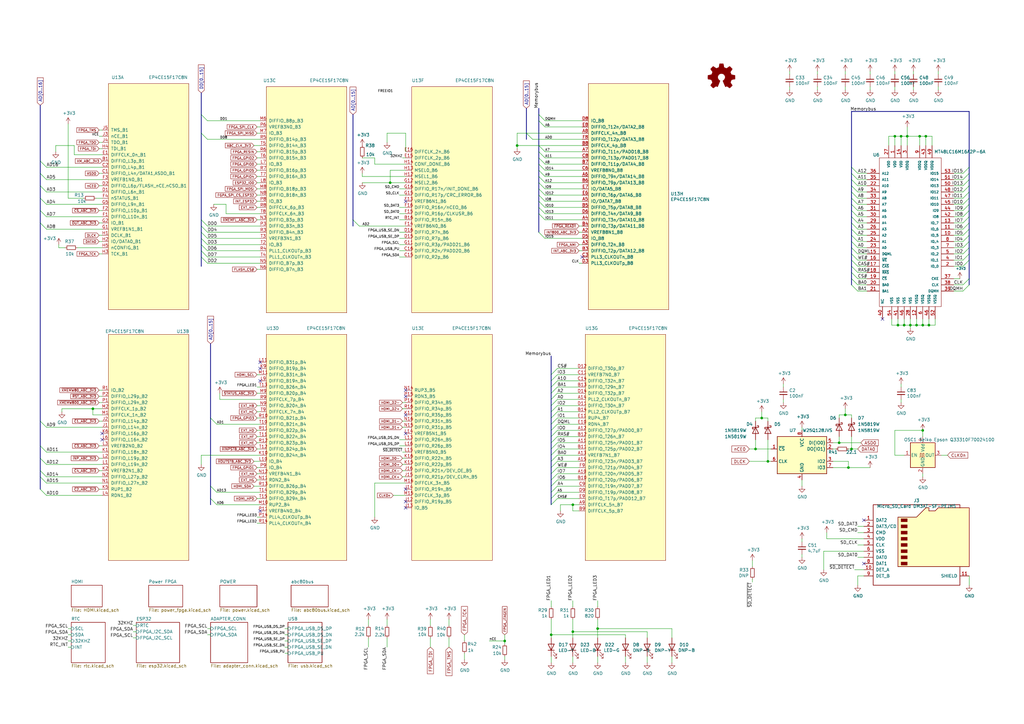
<source format=kicad_sch>
(kicad_sch (version 20230121) (generator eeschema)

  (uuid 6d7ff8c0-8a2a-4636-844f-c7210ff3e6f2)

  (paper "A3")

  (title_block
    (title "MAX80")
    (date "2021-02-22")
    (rev "0.01")
    (company "Peter o Per")
  )

  

  (junction (at 375.92 133.35) (diameter 0) (color 0 0 0 0)
    (uuid 0a79db37-f1d9-40b1-a24d-8bdfb8f637e2)
  )
  (junction (at 377.19 55.88) (diameter 0) (color 0 0 0 0)
    (uuid 19515fa4-c166-4b6e-837d-c01a89e98000)
  )
  (junction (at 346.71 170.18) (diameter 0) (color 0 0 0 0)
    (uuid 1bb16fed-1537-47fa-90f6-8dc136da5d16)
  )
  (junction (at 378.46 176.53) (diameter 0) (color 0 0 0 0)
    (uuid 1cbbfee4-06dd-44ee-af91-d336edf2459c)
  )
  (junction (at 369.57 55.88) (diameter 0) (color 0 0 0 0)
    (uuid 23345f3e-d08d-4834-b1dc-64de02569916)
  )
  (junction (at 312.42 171.45) (diameter 0) (color 0 0 0 0)
    (uuid 24d3ee68-60f0-4c8a-a72b-065f1026fd87)
  )
  (junction (at 370.84 133.35) (diameter 0) (color 0 0 0 0)
    (uuid 2f5467a7-bd49-433c-92f2-60a842e66f7b)
  )
  (junction (at 347.98 191.77) (diameter 0) (color 0 0 0 0)
    (uuid 3273ec61-4a33-41c2-82bf-cde7c8587c1b)
  )
  (junction (at 234.95 259.08) (diameter 0) (color 0 0 0 0)
    (uuid 4223805d-8db1-4df1-b73a-3d99f37f1701)
  )
  (junction (at 368.3 133.35) (diameter 0) (color 0 0 0 0)
    (uuid 47484446-e64c-4a82-88af-15de92cf6ad4)
  )
  (junction (at 160.02 74.93) (diameter 0) (color 0 0 0 0)
    (uuid 5fc4054a-b929-433e-a947-747fb7ed003d)
  )
  (junction (at 234.95 207.01) (diameter 0) (color 0 0 0 0)
    (uuid 758f4e53-9507-488a-960b-2e8e487b7ac8)
  )
  (junction (at 367.03 55.88) (diameter 0) (color 0 0 0 0)
    (uuid 799d9f4a-bb6b-44d5-9f4c-3a30db59943d)
  )
  (junction (at 314.96 189.23) (diameter 0) (color 0 0 0 0)
    (uuid 7b8f4734-c91c-4c35-bc25-8ba9e0a60f64)
  )
  (junction (at 378.46 133.35) (diameter 0) (color 0 0 0 0)
    (uuid 80ace02d-cb21-4f08-bc25-572a9e56ff99)
  )
  (junction (at 38.1 167.64) (diameter 0) (color 0 0 0 0)
    (uuid 8aab4608-39e8-491a-83a8-7194f36094f1)
  )
  (junction (at 381 133.35) (diameter 0) (color 0 0 0 0)
    (uuid a09cb1c4-cc63-49c7-a35f-4b80c3ba2217)
  )
  (junction (at 372.11 55.88) (diameter 0) (color 0 0 0 0)
    (uuid a12b751e-ae7a-468c-af3d-31ed4d501b01)
  )
  (junction (at 245.11 257.81) (diameter 0) (color 0 0 0 0)
    (uuid b2cac11a-5f3b-43d7-88e5-8d0241ac6453)
  )
  (junction (at 226.06 260.35) (diameter 0) (color 0 0 0 0)
    (uuid b70f4be0-be81-40f1-b237-a16be3740211)
  )
  (junction (at 373.38 133.35) (diameter 0) (color 0 0 0 0)
    (uuid bcacf97a-a49b-480c-96ed-a857f56faeb2)
  )
  (junction (at 379.73 55.88) (diameter 0) (color 0 0 0 0)
    (uuid cd48b13f-c989-4ac1-a7f0-053afcd77527)
  )
  (junction (at 344.17 181.61) (diameter 0) (color 0 0 0 0)
    (uuid d316b729-072f-4d15-a495-cbeb8407aea0)
  )
  (junction (at 309.88 184.15) (diameter 0) (color 0 0 0 0)
    (uuid d37a42c4-6950-4517-b4dd-96056acf0925)
  )
  (junction (at 207.01 262.89) (diameter 0) (color 0 0 0 0)
    (uuid d433e10e-a10c-42c7-9409-f756ab1084a2)
  )
  (junction (at 212.09 59.69) (diameter 0) (color 0 0 0 0)
    (uuid d7de2887-c7b2-4bb7-a339-632f4f906224)
  )
  (junction (at 349.25 184.15) (diameter 0) (color 0 0 0 0)
    (uuid ec1ade12-3e4c-4517-be56-01c5cfbeed11)
  )

  (no_connect (at 41.91 180.34) (uuid 0ea0e524-3bbd-4f05-896d-54b702c204b2))
  (no_connect (at 354.33 231.14) (uuid 2276bf47-b441-4aa2-ba22-8213875ce0ee))
  (no_connect (at 238.76 105.41) (uuid 25ca9482-069d-43de-b77e-6f2ad77fa017))
  (no_connect (at 354.33 213.36) (uuid 2af1d271-3c6a-476d-8eba-6b2aab466da3))
  (no_connect (at 166.37 162.56) (uuid 40800b4d-424c-4738-8041-4662989d2010))
  (no_connect (at 166.37 200.66) (uuid 524dc8d0-13b4-43fe-b274-8ac08bc4b894))
  (no_connect (at 41.91 177.8) (uuid 62af6e3c-7d06-438a-b62f-014ae3262ea1))
  (no_connect (at 166.37 160.02) (uuid 6c715627-9fe9-4566-9325-aed34f2a0ebd))
  (no_connect (at 166.37 208.28) (uuid 7401f61b-dc36-4f5a-ba3e-b101a22bf1fc))
  (no_connect (at 106.68 209.55) (uuid 7fc6eda3-a41a-4ab9-935d-37e18cb30594))
  (no_connect (at 106.68 148.59) (uuid 7fd11519-eb9e-4413-8ca2-e43e38c699f6))
  (no_connect (at 106.68 156.21) (uuid 8527ef2e-5212-4629-b6f5-b0130ab61dab))
  (no_connect (at 166.37 177.8) (uuid 969d876f-dc87-40bf-9e96-03cbb9ea5e82))
  (no_connect (at 166.37 82.55) (uuid a5dfaf18-d33f-45c4-b76f-2a5051ec9118))
  (no_connect (at 166.37 170.18) (uuid a67b97a6-51fd-4a32-8231-3fd10436b6ab))
  (no_connect (at 361.95 130.81) (uuid a7c83b25-afbd-4974-8870-387db8f81a5c))
  (no_connect (at 106.68 151.13) (uuid eecd895d-4aa1-458c-8512-c9957fd00fad))
  (no_connect (at 166.37 205.74) (uuid fc052ac4-77ec-4901-baf8-c95f94903836))

  (bus_entry (at 82.55 46.99) (size 2.54 2.54)
    (stroke (width 0) (type default))
    (uuid 0208dcec-5844-41d6-8382-4437ac8ac82d)
  )
  (bus_entry (at 16.51 71.12) (size 2.54 2.54)
    (stroke (width 0) (type default))
    (uuid 0588e431-d56d-4df4-9ffd-6cd4bba412cb)
  )
  (bus_entry (at 228.6 151.13) (size -2.54 2.54)
    (stroke (width 0) (type default))
    (uuid 073c8287-235c-4712-a9a0-60a07a1119d5)
  )
  (bus_entry (at 220.98 72.39) (size 2.54 2.54)
    (stroke (width 0) (type default))
    (uuid 086ab04d-4086-427c-992f-819b91a9021d)
  )
  (bus_entry (at 228.6 176.53) (size -2.54 2.54)
    (stroke (width 0) (type default))
    (uuid 08ac4c42-16f0-4513-b91e-bf0b3a111257)
  )
  (bus_entry (at 228.6 166.37) (size -2.54 2.54)
    (stroke (width 0) (type default))
    (uuid 09ab0b5c-3dee-42c8-b9e5-de0673874ccd)
  )
  (bus_entry (at 16.51 187.96) (size 2.54 2.54)
    (stroke (width 0) (type default))
    (uuid 0ab1512b-eb91-4574-b11f-326e0ff10082)
  )
  (bus_entry (at 349.25 78.74) (size 2.54 2.54)
    (stroke (width 0) (type default))
    (uuid 0c9bbc06-f1c0-4359-8448-9c515b32a886)
  )
  (bus_entry (at 228.6 201.93) (size -2.54 2.54)
    (stroke (width 0) (type default))
    (uuid 0e18138e-f1a3-4288-bb34-3b6bcfb64ff6)
  )
  (bus_entry (at 16.51 195.58) (size 2.54 2.54)
    (stroke (width 0) (type default))
    (uuid 0e416ef5-3e03-4fa4-b2a6-3ab634a5ee03)
  )
  (bus_entry (at 394.97 116.84) (size 2.54 -2.54)
    (stroke (width 0) (type default))
    (uuid 0ff398d7-e6e2-4972-a7a4-438407886f34)
  )
  (bus_entry (at 228.6 184.15) (size -2.54 2.54)
    (stroke (width 0) (type default))
    (uuid 133d5403-9be3-4603-824b-d3b76147e745)
  )
  (bus_entry (at 349.25 73.66) (size 2.54 2.54)
    (stroke (width 0) (type default))
    (uuid 1527299a-08b3-47c3-929f-a75c83be365e)
  )
  (bus_entry (at 82.55 105.41) (size 2.54 2.54)
    (stroke (width 0) (type default))
    (uuid 1569382e-a4f5-4166-a19c-b78580f8c980)
  )
  (bus_entry (at 228.6 191.77) (size -2.54 2.54)
    (stroke (width 0) (type default))
    (uuid 15a0f067-831a-4ddb-bdef-5fb7df267d8f)
  )
  (bus_entry (at 220.98 95.25) (size 2.54 2.54)
    (stroke (width 0) (type default))
    (uuid 18b6dcb6-5ab3-481b-b998-33e8cf6d281f)
  )
  (bus_entry (at 394.97 119.38) (size 2.54 -2.54)
    (stroke (width 0) (type default))
    (uuid 18dee026-9999-4f10-8c36-736131349406)
  )
  (bus_entry (at 228.6 153.67) (size -2.54 2.54)
    (stroke (width 0) (type default))
    (uuid 19264aae-fe9e-4afc-84ac-56ec33a3b20d)
  )
  (bus_entry (at 228.6 194.31) (size -2.54 2.54)
    (stroke (width 0) (type default))
    (uuid 1ab4dceb-24cc-4050-aa74-e8fbb39d3760)
  )
  (bus_entry (at 349.25 106.68) (size 2.54 2.54)
    (stroke (width 0) (type default))
    (uuid 251669f2-aed1-46fe-b2e4-9582ff1e4084)
  )
  (bus_entry (at 220.98 49.53) (size 2.54 2.54)
    (stroke (width 0) (type default))
    (uuid 25b39db8-8576-4473-b331-b912323e85f4)
  )
  (bus_entry (at 16.51 182.88) (size 2.54 2.54)
    (stroke (width 0) (type default))
    (uuid 29ec1a54-dea0-4d1a-a3dc-a7441a09bb9e)
  )
  (bus_entry (at 228.6 158.75) (size -2.54 2.54)
    (stroke (width 0) (type default))
    (uuid 2b7c4f37-42c0-4571-a44b-b808484d3d74)
  )
  (bus_entry (at 349.25 101.6) (size 2.54 2.54)
    (stroke (width 0) (type default))
    (uuid 311665d9-0fab-4325-8b46-f3638bf521df)
  )
  (bus_entry (at 349.25 104.14) (size 2.54 2.54)
    (stroke (width 0) (type default))
    (uuid 3198b8ca-7d11-4e0c-89a4-c173f9fcf724)
  )
  (bus_entry (at 394.97 93.98) (size 2.54 -2.54)
    (stroke (width 0) (type default))
    (uuid 348dc703-3cab-4547-b664-e8b335a6083c)
  )
  (bus_entry (at 228.6 163.83) (size -2.54 2.54)
    (stroke (width 0) (type default))
    (uuid 35431843-170f-401f-88d7-da91172bed86)
  )
  (bus_entry (at 226.06 189.23) (size 2.54 -2.54)
    (stroke (width 0) (type default))
    (uuid 3675ad1a-972f-4046-b23a-e6ca04304035)
  )
  (bus_entry (at 82.55 92.71) (size 2.54 2.54)
    (stroke (width 0) (type default))
    (uuid 376a6f44-cf22-4d88-ac13-30f83803795f)
  )
  (bus_entry (at 220.98 82.55) (size 2.54 2.54)
    (stroke (width 0) (type default))
    (uuid 3b450865-b2ef-4d25-9b34-4d42975b5e24)
  )
  (bus_entry (at 394.97 76.2) (size 2.54 -2.54)
    (stroke (width 0) (type default))
    (uuid 3c121a93-b189-409b-a104-2bdd37ff0b51)
  )
  (bus_entry (at 349.25 99.06) (size 2.54 2.54)
    (stroke (width 0) (type default))
    (uuid 3c3e06bd-c8bb-4ec8-84e0-f7f9437909b3)
  )
  (bus_entry (at 349.25 111.76) (size 2.54 2.54)
    (stroke (width 0) (type default))
    (uuid 3c646c61-400f-4f60-98b8-05ed5e632a3f)
  )
  (bus_entry (at 349.25 83.82) (size 2.54 2.54)
    (stroke (width 0) (type default))
    (uuid 3d416885-b8b5-4f5c-bc29-39c6376095e8)
  )
  (bus_entry (at 394.97 106.68) (size 2.54 -2.54)
    (stroke (width 0) (type default))
    (uuid 3f1ab70d-3263-42b5-9c61-0360188ff2b7)
  )
  (bus_entry (at 220.98 59.69) (size 2.54 2.54)
    (stroke (width 0) (type default))
    (uuid 40962e92-90b6-487d-b0dc-0a6c42b5ebc2)
  )
  (bus_entry (at 220.98 67.31) (size 2.54 2.54)
    (stroke (width 0) (type default))
    (uuid 42b7a68a-3837-4773-af68-a35059da48c3)
  )
  (bus_entry (at 16.51 172.72) (size 2.54 2.54)
    (stroke (width 0) (type default))
    (uuid 4c4b4317-29d0-438a-b331-525ede18773a)
  )
  (bus_entry (at 349.25 88.9) (size 2.54 2.54)
    (stroke (width 0) (type default))
    (uuid 4d967454-338c-4b89-8534-9457e15bf2f2)
  )
  (bus_entry (at 228.6 179.07) (size -2.54 2.54)
    (stroke (width 0) (type default))
    (uuid 4fc3183f-297c-42b7-b3bd-25a9ea18c844)
  )
  (bus_entry (at 220.98 77.47) (size 2.54 2.54)
    (stroke (width 0) (type default))
    (uuid 51bdd1cb-8a01-4b1c-940a-3ff4dd1de87c)
  )
  (bus_entry (at 16.51 86.36) (size 2.54 2.54)
    (stroke (width 0) (type default))
    (uuid 57121f1d-c971-4830-b974-00f7d706f0c9)
  )
  (bus_entry (at 349.25 76.2) (size 2.54 2.54)
    (stroke (width 0) (type default))
    (uuid 58a87288-e2bf-4c88-9871-a753efc69e9d)
  )
  (bus_entry (at 220.98 74.93) (size 2.54 2.54)
    (stroke (width 0) (type default))
    (uuid 59246647-4e57-4b5f-9f1e-b0cc1fb90bb2)
  )
  (bus_entry (at 215.9 54.61) (size 2.54 2.54)
    (stroke (width 0) (type default))
    (uuid 5a63aa46-8c18-43d5-8def-1c886562be17)
  )
  (bus_entry (at 220.98 69.85) (size 2.54 2.54)
    (stroke (width 0) (type default))
    (uuid 5aa0e472-160b-49ac-864f-0fa7cd9cf9b0)
  )
  (bus_entry (at 349.25 96.52) (size 2.54 2.54)
    (stroke (width 0) (type default))
    (uuid 5eedf685-0df3-4da8-aded-0e6ed1cb2507)
  )
  (bus_entry (at 220.98 85.09) (size 2.54 2.54)
    (stroke (width 0) (type default))
    (uuid 6025c071-1487-4c03-a645-f67437519813)
  )
  (bus_entry (at 82.55 90.17) (size 2.54 2.54)
    (stroke (width 0) (type default))
    (uuid 664ea685-f665-4315-aadf-581a656f41df)
  )
  (bus_entry (at 394.97 71.12) (size 2.54 -2.54)
    (stroke (width 0) (type default))
    (uuid 6b8ac91e-9d2b-49db-8a80-1da009ad1c5e)
  )
  (bus_entry (at 394.97 99.06) (size 2.54 -2.54)
    (stroke (width 0) (type default))
    (uuid 6f5a9f10-1b2c-4916-b4e5-cb5bd0f851a0)
  )
  (bus_entry (at 228.6 196.85) (size -2.54 2.54)
    (stroke (width 0) (type default))
    (uuid 6f78c1fb-f693-4737-b750-74e50c35a564)
  )
  (bus_entry (at 228.6 161.29) (size -2.54 2.54)
    (stroke (width 0) (type default))
    (uuid 6fddc16f-ccc1-4ade-884c-d6efda461da8)
  )
  (bus_entry (at 16.51 193.04) (size 2.54 2.54)
    (stroke (width 0) (type default))
    (uuid 751752b1-1f0f-490c-ba43-2d34c357b41e)
  )
  (bus_entry (at 16.51 91.44) (size 2.54 2.54)
    (stroke (width 0) (type default))
    (uuid 7c3df708-fb44-40cc-b435-cd67e8cec48a)
  )
  (bus_entry (at 220.98 80.01) (size 2.54 2.54)
    (stroke (width 0) (type default))
    (uuid 7cc510d9-2339-42a7-bb31-eff1142f0636)
  )
  (bus_entry (at 394.97 96.52) (size 2.54 -2.54)
    (stroke (width 0) (type default))
    (uuid 7d2eba81-aa80-4257-a5a7-9a6179da897e)
  )
  (bus_entry (at 228.6 156.21) (size -2.54 2.54)
    (stroke (width 0) (type default))
    (uuid 7e232027-e1fd-4d55-a751-dd67130d7d22)
  )
  (bus_entry (at 349.25 86.36) (size 2.54 2.54)
    (stroke (width 0) (type default))
    (uuid 7eb32ed1-4320-49ba-8487-1c88e4824fe3)
  )
  (bus_entry (at 349.25 109.22) (size 2.54 2.54)
    (stroke (width 0) (type default))
    (uuid 8aeda7bd-b078-427a-a185-d5bc595c6436)
  )
  (bus_entry (at 349.25 91.44) (size 2.54 2.54)
    (stroke (width 0) (type default))
    (uuid 90fd611c-300b-48cf-a7c4-0d604953cd00)
  )
  (bus_entry (at 226.06 173.99) (size 2.54 -2.54)
    (stroke (width 0) (type default))
    (uuid 92ec60c8-e914-4456-8d37-4b88fc0eb9c6)
  )
  (bus_entry (at 16.51 76.2) (size 2.54 2.54)
    (stroke (width 0) (type default))
    (uuid 934c5f28-c928-4621-8122-b999b3ed10dd)
  )
  (bus_entry (at 394.97 86.36) (size 2.54 -2.54)
    (stroke (width 0) (type default))
    (uuid 94c3d0e3-d7fb-421d-bbb4-5c800d76c809)
  )
  (bus_entry (at 349.25 116.84) (size 2.54 2.54)
    (stroke (width 0) (type default))
    (uuid 961b4579-9ee8-407a-89a7-81f36f1ad865)
  )
  (bus_entry (at 394.97 83.82) (size 2.54 -2.54)
    (stroke (width 0) (type default))
    (uuid 9a595c4c-9ac1-4ae3-8ff3-1b7f2281a894)
  )
  (bus_entry (at 394.97 78.74) (size 2.54 -2.54)
    (stroke (width 0) (type default))
    (uuid 9b07d532-5f76-4469-8dbf-25ac27eef589)
  )
  (bus_entry (at 228.6 181.61) (size -2.54 2.54)
    (stroke (width 0) (type default))
    (uuid 9b315454-a4a0-4952-bdbe-d4a8e96c16f9)
  )
  (bus_entry (at 144.78 90.17) (size 2.54 2.54)
    (stroke (width 0) (type default))
    (uuid 9c5b8388-0c5b-43a4-a3f4-d7cd72b89084)
  )
  (bus_entry (at 86.36 171.45) (size 2.54 2.54)
    (stroke (width 0) (type default))
    (uuid 9fbabfd5-5316-4dcb-8d99-3c53b9c69880)
  )
  (bus_entry (at 394.97 81.28) (size 2.54 -2.54)
    (stroke (width 0) (type default))
    (uuid a26bdee6-0e16-4ea6-87f7-fb32c714896e)
  )
  (bus_entry (at 82.55 97.79) (size 2.54 2.54)
    (stroke (width 0) (type default))
    (uuid a6694369-d7a9-41d0-a88e-8a3c16982564)
  )
  (bus_entry (at 394.97 109.22) (size 2.54 -2.54)
    (stroke (width 0) (type default))
    (uuid aa0466c6-766f-4bb4-abf1-502a6a06f91d)
  )
  (bus_entry (at 349.25 71.12) (size 2.54 2.54)
    (stroke (width 0) (type default))
    (uuid aa288a22-ea1d-474d-8dae-efe971580843)
  )
  (bus_entry (at 349.25 81.28) (size 2.54 2.54)
    (stroke (width 0) (type default))
    (uuid b606e532-e4c7-444d-b9ff-879f52cfde92)
  )
  (bus_entry (at 220.98 62.23) (size 2.54 2.54)
    (stroke (width 0) (type default))
    (uuid b7340f23-0eaa-48ae-aea8-b5b53a0ae99a)
  )
  (bus_entry (at 86.36 204.47) (size 2.54 2.54)
    (stroke (width 0) (type default))
    (uuid b8eb5c02-d344-4431-a592-0e7ad9f9a78f)
  )
  (bus_entry (at 228.6 199.39) (size -2.54 2.54)
    (stroke (width 0) (type default))
    (uuid bbb99edd-f016-43ea-b1c7-0bcdd1915ee8)
  )
  (bus_entry (at 394.97 101.6) (size 2.54 -2.54)
    (stroke (width 0) (type default))
    (uuid bde3f73b-f869-498d-a8d7-18346cb7179e)
  )
  (bus_entry (at 16.51 200.66) (size 2.54 2.54)
    (stroke (width 0) (type default))
    (uuid c202ddee-78ab-4ebb-beca-559aaf118430)
  )
  (bus_entry (at 82.55 100.33) (size 2.54 2.54)
    (stroke (width 0) (type default))
    (uuid c2564ecf-bd43-431d-b9a2-c7be54487485)
  )
  (bus_entry (at 394.97 73.66) (size 2.54 -2.54)
    (stroke (width 0) (type default))
    (uuid c7f7bd58-1ebd-40fd-a39d-a95530a751b6)
  )
  (bus_entry (at 82.55 102.87) (size 2.54 2.54)
    (stroke (width 0) (type default))
    (uuid d1f81642-eb3a-4277-b357-9cbb5a3aa5ac)
  )
  (bus_entry (at 16.51 66.04) (size 2.54 2.54)
    (stroke (width 0) (type default))
    (uuid d26fce45-c1d6-42bc-931d-972bf3799097)
  )
  (bus_entry (at 394.97 104.14) (size 2.54 -2.54)
    (stroke (width 0) (type default))
    (uuid d2db53d0-2821-4ebe-bf21-b864eac8ca44)
  )
  (bus_entry (at 394.97 91.44) (size 2.54 -2.54)
    (stroke (width 0) (type default))
    (uuid d6040293-95f0-436a-938c-ad69875a4be8)
  )
  (bus_entry (at 349.25 114.3) (size 2.54 2.54)
    (stroke (width 0) (type default))
    (uuid d70d1cd3-1668-4688-8eb7-f773efb7bb87)
  )
  (bus_entry (at 228.6 204.47) (size -2.54 2.54)
    (stroke (width 0) (type default))
    (uuid d9198b20-68ab-4f03-9039-95a74aeba0d6)
  )
  (bus_entry (at 228.6 189.23) (size -2.54 2.54)
    (stroke (width 0) (type default))
    (uuid de5c2064-b9e1-4057-a8cc-9308019ef4d3)
  )
  (bus_entry (at 82.55 95.25) (size 2.54 2.54)
    (stroke (width 0) (type default))
    (uuid df3e0d78-29b1-4811-9600-571610f4b8a8)
  )
  (bus_entry (at 220.98 64.77) (size 2.54 2.54)
    (stroke (width 0) (type default))
    (uuid dfa2c928-7d9a-4cd3-90db-112716296421)
  )
  (bus_entry (at 228.6 168.91) (size -2.54 2.54)
    (stroke (width 0) (type default))
    (uuid e0781b80-6f1b-4d08-b53f-b7d3f582e2ea)
  )
  (bus_entry (at 82.55 54.61) (size 2.54 2.54)
    (stroke (width 0) (type default))
    (uuid e3903eeb-8b72-4b40-a088-cbbba270c01b)
  )
  (bus_entry (at 86.36 199.39) (size 2.54 2.54)
    (stroke (width 0) (type default))
    (uuid e7f989f7-95da-4be3-9e33-743523ae1ee0)
  )
  (bus_entry (at 349.25 68.58) (size 2.54 2.54)
    (stroke (width 0) (type default))
    (uuid e9a9fba3-7cfa-45ca-926c-a5a8ecd7e3a4)
  )
  (bus_entry (at 394.97 88.9) (size 2.54 -2.54)
    (stroke (width 0) (type default))
    (uuid ea28e946-b74f-4ba8-ac7b-b1884c5e7296)
  )
  (bus_entry (at 16.51 81.28) (size 2.54 2.54)
    (stroke (width 0) (type default))
    (uuid ea8efd53-9e19-4e37-86f5-e6c0c681f735)
  )
  (bus_entry (at 226.06 176.53) (size 2.54 -2.54)
    (stroke (width 0) (type default))
    (uuid edb2db40-12f7-45b3-a514-2a1299ac0231)
  )
  (bus_entry (at 220.98 87.63) (size 2.54 2.54)
    (stroke (width 0) (type default))
    (uuid fa16f237-4e21-4b18-8c54-f7de4e62bbb6)
  )
  (bus_entry (at 349.25 93.98) (size 2.54 2.54)
    (stroke (width 0) (type default))
    (uuid fc4f0835-889b-4d2e-876e-ca524c79ae62)
  )
  (bus_entry (at 220.98 46.99) (size 2.54 2.54)
    (stroke (width 0) (type default))
    (uuid ffde4898-4c0e-4c24-bd8c-aadcd7279172)
  )

  (wire (pts (xy 237.49 107.95) (xy 238.76 107.95))
    (stroke (width 0) (type default))
    (uuid 00e39da0-4b3e-4884-a91e-86d729914953)
  )
  (bus (pts (xy 349.25 101.6) (xy 349.25 104.14))
    (stroke (width 0) (type default))
    (uuid 014fd689-fe01-4a73-ac80-3c226a12a5bc)
  )
  (bus (pts (xy 226.06 191.77) (xy 226.06 194.31))
    (stroke (width 0) (type default))
    (uuid 02879dbe-eeb5-4a9a-a50e-ab49eebaa379)
  )

  (wire (pts (xy 163.83 77.47) (xy 166.37 77.47))
    (stroke (width 0) (type default))
    (uuid 02b1295e-cf95-47ff-9c57-f8ada28f2e94)
  )
  (bus (pts (xy 349.25 111.76) (xy 349.25 114.3))
    (stroke (width 0) (type default))
    (uuid 031a6158-41bb-434c-9952-f633292a0643)
  )

  (wire (pts (xy 85.09 102.87) (xy 106.68 102.87))
    (stroke (width 0) (type default))
    (uuid 037a257a-ceb2-409c-ab24-48a743172dae)
  )
  (wire (pts (xy 351.79 236.22) (xy 351.79 240.03))
    (stroke (width 0) (type default))
    (uuid 0452da17-4ccf-4bdc-9fc3-b0a09600bd55)
  )
  (bus (pts (xy 82.55 100.33) (xy 82.55 102.87))
    (stroke (width 0) (type default))
    (uuid 0536025a-6414-4951-bfd6-905537685d7e)
  )

  (wire (pts (xy 245.11 246.38) (xy 245.11 248.92))
    (stroke (width 0) (type default))
    (uuid 054f8e07-0141-451f-a3c4-ea786b83b680)
  )
  (wire (pts (xy 212.09 54.61) (xy 215.9 54.61))
    (stroke (width 0) (type default))
    (uuid 05c4a04b-0442-4e18-9747-3d9fc4a562fe)
  )
  (wire (pts (xy 349.25 184.15) (xy 351.79 184.15))
    (stroke (width 0) (type default))
    (uuid 064853d1-fee5-4dc2-a187-8cbdd26d3919)
  )
  (wire (pts (xy 105.41 153.67) (xy 106.68 153.67))
    (stroke (width 0) (type default))
    (uuid 0667208e-872f-444a-9ed0-78a1b5f392d2)
  )
  (wire (pts (xy 391.16 83.82) (xy 394.97 83.82))
    (stroke (width 0) (type default))
    (uuid 07652224-af43-42a2-841c-1883ba305bc4)
  )
  (wire (pts (xy 350.52 233.68) (xy 354.33 233.68))
    (stroke (width 0) (type default))
    (uuid 0774b60f-e343-428b-9125-3ca983239ad5)
  )
  (bus (pts (xy 349.25 68.58) (xy 349.25 71.12))
    (stroke (width 0) (type default))
    (uuid 0821495a-eabb-4e98-9f5d-a59cd0bdb233)
  )

  (wire (pts (xy 116.84 257.81) (xy 118.11 257.81))
    (stroke (width 0) (type default))
    (uuid 09741e1c-c412-4f50-b5b7-03d5820a1bad)
  )
  (wire (pts (xy 105.41 196.85) (xy 106.68 196.85))
    (stroke (width 0) (type default))
    (uuid 098afe52-27f0-4ec0-bf39-4eb766d2a851)
  )
  (wire (pts (xy 256.54 269.24) (xy 256.54 271.78))
    (stroke (width 0) (type default))
    (uuid 0a2d185c-629f-461f-8b6b-f91f1894e6ba)
  )
  (wire (pts (xy 321.31 163.83) (xy 321.31 165.1))
    (stroke (width 0) (type default))
    (uuid 0b43a8fb-b3d3-4444-a4b0-cf952c07dcfe)
  )
  (wire (pts (xy 207.01 269.24) (xy 207.01 270.51))
    (stroke (width 0) (type default))
    (uuid 0ba3fcf8-07bd-443d-be28-f69a4ad80df4)
  )
  (wire (pts (xy 369.57 55.88) (xy 372.11 55.88))
    (stroke (width 0) (type default))
    (uuid 0d095387-710d-4633-a6c3-04eab60b585a)
  )
  (wire (pts (xy 223.52 62.23) (xy 238.76 62.23))
    (stroke (width 0) (type default))
    (uuid 0d32fbdb-2a37-4863-af10-fc85c1c6174f)
  )
  (wire (pts (xy 92.71 87.63) (xy 106.68 87.63))
    (stroke (width 0) (type default))
    (uuid 0dcb5ab5-f291-489d-b2bc-0f0b25b801ee)
  )
  (wire (pts (xy 237.49 100.33) (xy 238.76 100.33))
    (stroke (width 0) (type default))
    (uuid 0de7d0e7-c8d5-482b-8e8a-d56acfc6ebd8)
  )
  (wire (pts (xy 105.41 77.47) (xy 106.68 77.47))
    (stroke (width 0) (type default))
    (uuid 0df798c0-963e-4340-a737-18e50763521e)
  )
  (wire (pts (xy 351.79 96.52) (xy 355.6 96.52))
    (stroke (width 0) (type default))
    (uuid 0e592cd4-1950-44ef-9727-8e526f4c4e12)
  )
  (bus (pts (xy 226.06 204.47) (xy 226.06 207.01))
    (stroke (width 0) (type default))
    (uuid 0e5b0074-540c-4a44-9a74-437e915bfe17)
  )

  (wire (pts (xy 344.17 170.18) (xy 346.71 170.18))
    (stroke (width 0) (type default))
    (uuid 0fffb828-f291-41d3-a83c-4eaa3df13f3a)
  )
  (wire (pts (xy 184.15 254) (xy 184.15 256.54))
    (stroke (width 0) (type default))
    (uuid 100847e3-630c-4c13-ba45-180e92370805)
  )
  (wire (pts (xy 245.11 257.81) (xy 275.59 257.81))
    (stroke (width 0) (type default))
    (uuid 10e5ae6d-e43e-4ff8-abc5-fd9df16782da)
  )
  (wire (pts (xy 105.41 110.49) (xy 106.68 110.49))
    (stroke (width 0) (type default))
    (uuid 11547ba3-d459-4ced-9333-92979d5b86e1)
  )
  (wire (pts (xy 351.79 104.14) (xy 355.6 104.14))
    (stroke (width 0) (type default))
    (uuid 11c7c8d4-4c4b-4330-bb59-1eec2e98b255)
  )
  (wire (pts (xy 105.41 212.09) (xy 106.68 212.09))
    (stroke (width 0) (type default))
    (uuid 11cae898-6e02-4314-87c3-bfa88f249303)
  )
  (wire (pts (xy 228.6 191.77) (xy 237.49 191.77))
    (stroke (width 0) (type default))
    (uuid 12721b60-b423-4830-af94-c68b76872f05)
  )
  (wire (pts (xy 105.41 168.91) (xy 106.68 168.91))
    (stroke (width 0) (type default))
    (uuid 1558a593-7554-4709-a27f-f70400a2199d)
  )
  (wire (pts (xy 375.92 133.35) (xy 378.46 133.35))
    (stroke (width 0) (type default))
    (uuid 188eabba-12a3-47b7-9be1-03f0c5a948eb)
  )
  (bus (pts (xy 397.51 78.74) (xy 397.51 81.28))
    (stroke (width 0) (type default))
    (uuid 18af1d88-91db-4163-9359-d7124e411ab6)
  )

  (wire (pts (xy 328.93 227.33) (xy 328.93 228.6))
    (stroke (width 0) (type default))
    (uuid 18cf1537-83e6-4374-a277-6e3e21479ab0)
  )
  (bus (pts (xy 226.06 158.75) (xy 226.06 161.29))
    (stroke (width 0) (type default))
    (uuid 18dcb17a-d81c-4b8b-8db2-863005a99fab)
  )

  (wire (pts (xy 105.41 194.31) (xy 106.68 194.31))
    (stroke (width 0) (type default))
    (uuid 1aaf34a3-282e-4633-82fa-9d6cdf32efbb)
  )
  (wire (pts (xy 347.98 191.77) (xy 341.63 191.77))
    (stroke (width 0) (type default))
    (uuid 1ae3634a-f90f-4c6a-8ba7-b38f98d4ccb2)
  )
  (bus (pts (xy 349.25 71.12) (xy 349.25 73.66))
    (stroke (width 0) (type default))
    (uuid 1b66f574-96c0-4e05-9e34-7d4bc613a80b)
  )

  (wire (pts (xy 344.17 181.61) (xy 353.06 181.61))
    (stroke (width 0) (type default))
    (uuid 1ba3e338-9465-4844-8361-6715d7885c15)
  )
  (bus (pts (xy 397.51 81.28) (xy 397.51 83.82))
    (stroke (width 0) (type default))
    (uuid 1c0d02da-5b5c-42ee-b683-56c0e59ebf5f)
  )
  (bus (pts (xy 86.36 140.97) (xy 86.36 171.45))
    (stroke (width 0) (type default))
    (uuid 1c4dfe58-85b1-467f-8e9d-bdb7a0d0ca8e)
  )

  (wire (pts (xy 160.02 69.85) (xy 166.37 69.85))
    (stroke (width 0) (type default))
    (uuid 1c92f382-4ec3-478f-a1ca-afadd3087787)
  )
  (bus (pts (xy 397.51 93.98) (xy 397.51 96.52))
    (stroke (width 0) (type default))
    (uuid 1c9d575b-ff65-4860-bd12-894efe8ae385)
  )

  (wire (pts (xy 228.6 204.47) (xy 237.49 204.47))
    (stroke (width 0) (type default))
    (uuid 1d20c966-0439-42a1-b5e3-5e76b52f827f)
  )
  (wire (pts (xy 105.41 80.01) (xy 106.68 80.01))
    (stroke (width 0) (type default))
    (uuid 1d6518e1-cfe9-4078-adc2-cf8e6477b5cb)
  )
  (wire (pts (xy 307.34 184.15) (xy 309.88 184.15))
    (stroke (width 0) (type default))
    (uuid 1d801ac4-6429-45d9-ad70-9dd82bd9c030)
  )
  (wire (pts (xy 207.01 262.89) (xy 207.01 264.16))
    (stroke (width 0) (type default))
    (uuid 207932d1-3fbf-4bd3-8ef6-a6601aaaae72)
  )
  (wire (pts (xy 323.85 29.21) (xy 323.85 30.48))
    (stroke (width 0) (type default))
    (uuid 21ca1c08-b8a3-4bdc-9356-70a4d86ee444)
  )
  (wire (pts (xy 105.41 204.47) (xy 106.68 204.47))
    (stroke (width 0) (type default))
    (uuid 226f524c-89b4-46ed-86fd-c8ea41059fd4)
  )
  (wire (pts (xy 351.79 88.9) (xy 355.6 88.9))
    (stroke (width 0) (type default))
    (uuid 2295a793-dfca-4b86-a3e5-abf1834e2790)
  )
  (wire (pts (xy 234.95 209.55) (xy 237.49 209.55))
    (stroke (width 0) (type default))
    (uuid 22fd57c4-481e-4417-b920-694451210da2)
  )
  (wire (pts (xy 40.64 172.72) (xy 41.91 172.72))
    (stroke (width 0) (type default))
    (uuid 245a6fb4-6361-4438-82ca-8861d43ca7f5)
  )
  (wire (pts (xy 309.88 180.34) (xy 309.88 184.15))
    (stroke (width 0) (type default))
    (uuid 248d15cd-dd0c-425d-94cb-b44ccf865457)
  )
  (wire (pts (xy 148.59 71.12) (xy 148.59 72.39))
    (stroke (width 0) (type default))
    (uuid 25247d0c-5910-484b-9651-5750d422a450)
  )
  (bus (pts (xy 226.06 166.37) (xy 226.06 168.91))
    (stroke (width 0) (type default))
    (uuid 26a15f37-7ac7-4448-bfb4-f78a37fce015)
  )

  (wire (pts (xy 90.17 163.83) (xy 106.68 163.83))
    (stroke (width 0) (type default))
    (uuid 26edc121-4167-44e5-9aaf-65f4ac255233)
  )
  (bus (pts (xy 226.06 163.83) (xy 226.06 166.37))
    (stroke (width 0) (type default))
    (uuid 28717230-cde2-4374-9345-a50192a67a85)
  )

  (wire (pts (xy 234.95 259.08) (xy 234.95 261.62))
    (stroke (width 0) (type default))
    (uuid 28f921ab-5f55-47f8-b726-02e567145cd5)
  )
  (bus (pts (xy 226.06 179.07) (xy 226.06 181.61))
    (stroke (width 0) (type default))
    (uuid 29362189-417c-4468-9232-108cda3b71ea)
  )

  (wire (pts (xy 391.16 116.84) (xy 394.97 116.84))
    (stroke (width 0) (type default))
    (uuid 2938bf2d-2d32-4cb0-9d4d-563ea28ffffa)
  )
  (wire (pts (xy 364.49 59.69) (xy 364.49 55.88))
    (stroke (width 0) (type default))
    (uuid 29987966-1d19-4068-93f6-a61cdfb40ffa)
  )
  (wire (pts (xy 365.76 133.35) (xy 368.3 133.35))
    (stroke (width 0) (type default))
    (uuid 29cd9e70-9b68-44f7-96b2-fe993c246832)
  )
  (wire (pts (xy 228.6 189.23) (xy 237.49 189.23))
    (stroke (width 0) (type default))
    (uuid 29f4961c-cbd7-42a0-91e7-8ae77405e061)
  )
  (bus (pts (xy 226.06 156.21) (xy 226.06 158.75))
    (stroke (width 0) (type default))
    (uuid 2a1e126f-a9a5-414b-9647-9870ac9981f9)
  )
  (bus (pts (xy 397.51 68.58) (xy 397.51 71.12))
    (stroke (width 0) (type default))
    (uuid 2a47e126-8855-40dd-9e4e-56cb5c33cec1)
  )

  (wire (pts (xy 229.87 207.01) (xy 234.95 207.01))
    (stroke (width 0) (type default))
    (uuid 2a756062-4e0c-4114-bc6d-4d6635f2d703)
  )
  (bus (pts (xy 16.51 182.88) (xy 16.51 187.96))
    (stroke (width 0) (type default))
    (uuid 2ba2153f-5796-496f-8155-2ce7ede27b36)
  )

  (wire (pts (xy 19.05 198.12) (xy 41.91 198.12))
    (stroke (width 0) (type default))
    (uuid 2cd2fee2-51b2-4fcd-8c94-c435e6791358)
  )
  (bus (pts (xy 349.25 109.22) (xy 349.25 111.76))
    (stroke (width 0) (type default))
    (uuid 2ce4fb29-0ccb-4d7f-a490-6e4518b7173f)
  )

  (wire (pts (xy 339.09 220.98) (xy 354.33 220.98))
    (stroke (width 0) (type default))
    (uuid 2dba072b-3aba-4c6e-8dad-0c854cc5ab37)
  )
  (wire (pts (xy 40.64 165.1) (xy 41.91 165.1))
    (stroke (width 0) (type default))
    (uuid 2e0f69a6-955c-44f2-af4d-b4ad566ef54b)
  )
  (wire (pts (xy 373.38 133.35) (xy 373.38 134.62))
    (stroke (width 0) (type default))
    (uuid 2e1d63b8-5189-41bb-8b6a-c4ada546b2d5)
  )
  (bus (pts (xy 397.51 86.36) (xy 397.51 88.9))
    (stroke (width 0) (type default))
    (uuid 2e1fa008-357a-4aac-8cf5-970493fa664d)
  )

  (wire (pts (xy 54.61 259.08) (xy 55.88 259.08))
    (stroke (width 0) (type default))
    (uuid 2e6b1f7e-e4c3-43a1-ae90-c85aa40696d5)
  )
  (wire (pts (xy 184.15 261.62) (xy 184.15 265.43))
    (stroke (width 0) (type default))
    (uuid 2edc487e-09a5-4e4e-9675-a7b323f56380)
  )
  (wire (pts (xy 370.84 130.81) (xy 370.84 133.35))
    (stroke (width 0) (type default))
    (uuid 2f33286e-7553-4442-acf0-23c61fcd6ab0)
  )
  (wire (pts (xy 200.66 262.89) (xy 207.01 262.89))
    (stroke (width 0) (type default))
    (uuid 2f8ebbbf-0f11-4a15-9648-1d28e5593127)
  )
  (wire (pts (xy 228.6 161.29) (xy 237.49 161.29))
    (stroke (width 0) (type default))
    (uuid 2fe436e0-75bf-42a2-b14a-09df5c2be702)
  )
  (wire (pts (xy 351.79 101.6) (xy 355.6 101.6))
    (stroke (width 0) (type default))
    (uuid 300aa512-2f66-4c26-a530-50c091b3a099)
  )
  (bus (pts (xy 226.06 184.15) (xy 226.06 186.69))
    (stroke (width 0) (type default))
    (uuid 303645b5-0595-4359-bc0c-fa2e355b9b37)
  )
  (bus (pts (xy 82.55 46.99) (xy 82.55 54.61))
    (stroke (width 0) (type default))
    (uuid 30a8d4e5-202c-4d57-80d8-c5f2ad3ce2dd)
  )

  (wire (pts (xy 381 133.35) (xy 381 130.81))
    (stroke (width 0) (type default))
    (uuid 315d2b15-cfe6-4672-b3ad-24773f3df12c)
  )
  (wire (pts (xy 105.41 184.15) (xy 106.68 184.15))
    (stroke (width 0) (type default))
    (uuid 31e2d26e-842a-4694-a3ae-7642d792727c)
  )
  (wire (pts (xy 378.46 176.53) (xy 378.46 179.07))
    (stroke (width 0) (type default))
    (uuid 33891c62-a79f-4243-b776-6be292690ac3)
  )
  (wire (pts (xy 314.96 171.45) (xy 314.96 172.72))
    (stroke (width 0) (type default))
    (uuid 34d3baf1-c1a6-463d-a7da-03fde565ea93)
  )
  (bus (pts (xy 82.55 92.71) (xy 82.55 95.25))
    (stroke (width 0) (type default))
    (uuid 35328af0-2bbe-4eda-b255-c9bb9c6e435e)
  )

  (wire (pts (xy 105.41 161.29) (xy 106.68 161.29))
    (stroke (width 0) (type default))
    (uuid 35e13391-5257-46f3-93a5-87ffd4e862a4)
  )
  (wire (pts (xy 54.61 261.62) (xy 55.88 261.62))
    (stroke (width 0) (type default))
    (uuid 36696ac6-2db1-4b52-ae3d-9f3c89d2042f)
  )
  (wire (pts (xy 309.88 184.15) (xy 316.23 184.15))
    (stroke (width 0) (type default))
    (uuid 376da264-b219-4ddc-be78-a640bbee3aef)
  )
  (wire (pts (xy 344.17 171.45) (xy 344.17 170.18))
    (stroke (width 0) (type default))
    (uuid 3785b88e-f652-4024-afb0-be4c22cdaea8)
  )
  (bus (pts (xy 349.25 88.9) (xy 349.25 91.44))
    (stroke (width 0) (type default))
    (uuid 38c0a790-c5fa-4388-a86a-80b1711f9932)
  )

  (wire (pts (xy 38.1 170.18) (xy 41.91 170.18))
    (stroke (width 0) (type default))
    (uuid 39125f99-6caa-4e69-9ae5-ca3bd6e3a49c)
  )
  (wire (pts (xy 391.16 81.28) (xy 394.97 81.28))
    (stroke (width 0) (type default))
    (uuid 39845449-7a31-4262-86b1-e7af14a6659f)
  )
  (wire (pts (xy 40.64 76.2) (xy 41.91 76.2))
    (stroke (width 0) (type default))
    (uuid 3997254a-8057-4464-ba07-e37f0720cbd8)
  )
  (bus (pts (xy 82.55 54.61) (xy 82.55 90.17))
    (stroke (width 0) (type default))
    (uuid 39f69e4c-3d98-4642-8cee-de7f9bf86b5e)
  )

  (wire (pts (xy 27.94 81.28) (xy 34.29 81.28))
    (stroke (width 0) (type default))
    (uuid 3aec5e23-e675-4bcf-9a9e-48cb59d51927)
  )
  (wire (pts (xy 207.01 260.35) (xy 207.01 262.89))
    (stroke (width 0) (type default))
    (uuid 3ba59656-e36e-4caa-8957-90ed8686b3d3)
  )
  (wire (pts (xy 39.37 81.28) (xy 41.91 81.28))
    (stroke (width 0) (type default))
    (uuid 3bdaeac5-b4b7-4a96-b0da-b5e1b46798c2)
  )
  (wire (pts (xy 19.05 68.58) (xy 41.91 68.58))
    (stroke (width 0) (type default))
    (uuid 3c19fda9-55de-469e-9693-2d8993bca106)
  )
  (bus (pts (xy 226.06 146.05) (xy 226.06 153.67))
    (stroke (width 0) (type default))
    (uuid 3cf0233f-86e3-4b85-ad75-fb8a46f37498)
  )

  (wire (pts (xy 40.64 86.36) (xy 41.91 86.36))
    (stroke (width 0) (type default))
    (uuid 3cfddd47-0913-4692-89bb-8a69d22be5a7)
  )
  (wire (pts (xy 234.95 246.38) (xy 234.95 248.92))
    (stroke (width 0) (type default))
    (uuid 3d19e22b-2666-4e7d-825d-37a04ed07fa1)
  )
  (wire (pts (xy 19.05 203.2) (xy 41.91 203.2))
    (stroke (width 0) (type default))
    (uuid 3d213c37-de80-490e-9f45-2814d3fc958b)
  )
  (wire (pts (xy 85.09 105.41) (xy 106.68 105.41))
    (stroke (width 0) (type default))
    (uuid 3d8571f7-688f-49ac-8d91-22508c277f45)
  )
  (wire (pts (xy 228.6 181.61) (xy 237.49 181.61))
    (stroke (width 0) (type default))
    (uuid 3db00451-fbc3-4980-9f8f-a31cdc894554)
  )
  (wire (pts (xy 190.5 267.97) (xy 190.5 270.51))
    (stroke (width 0) (type default))
    (uuid 3dbc1b14-20e2-4dcb-8347-d33c13d3f0e0)
  )
  (wire (pts (xy 19.05 195.58) (xy 41.91 195.58))
    (stroke (width 0) (type default))
    (uuid 3dfbccca-f469-4a6f-a8bd-5f55435b5cfa)
  )
  (wire (pts (xy 148.59 72.39) (xy 166.37 72.39))
    (stroke (width 0) (type default))
    (uuid 3e147ce1-21a6-4e77-a3db-fd00d575cd22)
  )
  (wire (pts (xy 105.41 171.45) (xy 106.68 171.45))
    (stroke (width 0) (type default))
    (uuid 3f1d3b22-3ba1-4783-af8d-526bce7c36db)
  )
  (wire (pts (xy 40.64 91.44) (xy 41.91 91.44))
    (stroke (width 0) (type default))
    (uuid 3f9f133b-59b8-4791-b0ab-6fa861da9e3f)
  )
  (bus (pts (xy 226.06 189.23) (xy 226.06 191.77))
    (stroke (width 0) (type default))
    (uuid 4057ebbd-1f13-4712-be52-149107078d8a)
  )

  (wire (pts (xy 165.1 175.26) (xy 166.37 175.26))
    (stroke (width 0) (type default))
    (uuid 4116bfc2-eab3-4c29-a983-44eacd9f10f5)
  )
  (wire (pts (xy 373.38 130.81) (xy 373.38 133.35))
    (stroke (width 0) (type default))
    (uuid 41524d81-a7f7-45af-a8c6-15609b68d1fd)
  )
  (wire (pts (xy 161.29 203.2) (xy 166.37 203.2))
    (stroke (width 0) (type default))
    (uuid 41ef6d8e-078c-46e5-a743-15f86f94b1c5)
  )
  (wire (pts (xy 223.52 87.63) (xy 238.76 87.63))
    (stroke (width 0) (type default))
    (uuid 41fc1c23-edd4-45a5-8036-7f62b013770f)
  )
  (wire (pts (xy 265.43 259.08) (xy 265.43 261.62))
    (stroke (width 0) (type default))
    (uuid 4263a0e8-33fc-439f-9b56-889a4f5d7b26)
  )
  (wire (pts (xy 344.17 179.07) (xy 344.17 181.61))
    (stroke (width 0) (type default))
    (uuid 42688fc6-3e24-4a56-9963-828da46dcdfb)
  )
  (wire (pts (xy 351.79 223.52) (xy 354.33 223.52))
    (stroke (width 0) (type default))
    (uuid 42eea0a0-d889-4e4e-980c-c3b6b62767e5)
  )
  (wire (pts (xy 382.27 59.69) (xy 382.27 55.88))
    (stroke (width 0) (type default))
    (uuid 43f341b3-06e9-4e7a-a26e-5365b89d76bf)
  )
  (wire (pts (xy 27.94 262.89) (xy 29.21 262.89))
    (stroke (width 0) (type default))
    (uuid 444b2eaf-241d-42e5-8717-27a83d099c5b)
  )
  (wire (pts (xy 105.41 214.63) (xy 106.68 214.63))
    (stroke (width 0) (type default))
    (uuid 449cc181-df4b-4d3b-93ef-0653c2171fe8)
  )
  (wire (pts (xy 349.25 170.18) (xy 349.25 171.45))
    (stroke (width 0) (type default))
    (uuid 45245258-c97a-4586-bc43-2154c85c0ef6)
  )
  (wire (pts (xy 356.87 29.21) (xy 356.87 30.48))
    (stroke (width 0) (type default))
    (uuid 45484f82-420e-44d0-a58e-382bb939dac5)
  )
  (wire (pts (xy 31.75 101.6) (xy 41.91 101.6))
    (stroke (width 0) (type default))
    (uuid 45676199-bb82-4d58-98c1-b606deb355be)
  )
  (wire (pts (xy 85.09 107.95) (xy 106.68 107.95))
    (stroke (width 0) (type default))
    (uuid 45899113-d22e-4a5b-822e-9aca23b124ee)
  )
  (wire (pts (xy 166.37 67.31) (xy 153.67 67.31))
    (stroke (width 0) (type default))
    (uuid 4648968b-aa58-4f57-8f45-54b088364670)
  )
  (wire (pts (xy 351.79 83.82) (xy 355.6 83.82))
    (stroke (width 0) (type default))
    (uuid 46491a9d-8b3d-4c74-b09a-70c876f162e5)
  )
  (wire (pts (xy 27.94 265.43) (xy 29.21 265.43))
    (stroke (width 0) (type default))
    (uuid 469f89fd-f629-46b7-b106-a0088168c9ec)
  )
  (bus (pts (xy 349.25 76.2) (xy 349.25 78.74))
    (stroke (width 0) (type default))
    (uuid 47365df8-1aaa-451c-a591-086776031635)
  )

  (wire (pts (xy 166.37 62.23) (xy 166.37 54.61))
    (stroke (width 0) (type default))
    (uuid 47a2dd37-ad02-4281-9a66-8ff7ab400570)
  )
  (wire (pts (xy 40.64 160.02) (xy 41.91 160.02))
    (stroke (width 0) (type default))
    (uuid 47be24ee-e15b-4cee-b84b-350111ac1499)
  )
  (bus (pts (xy 16.51 43.18) (xy 16.51 66.04))
    (stroke (width 0) (type default))
    (uuid 481354ed-51b9-4db2-9835-781681979b4b)
  )

  (wire (pts (xy 160.02 74.93) (xy 166.37 74.93))
    (stroke (width 0) (type default))
    (uuid 4aee84d1-0859-48ac-a053-5a981ee1b24a)
  )
  (wire (pts (xy 391.16 101.6) (xy 394.97 101.6))
    (stroke (width 0) (type default))
    (uuid 4b471778-f61d-4b9d-a507-3d4f82ec4b7c)
  )
  (wire (pts (xy 369.57 157.48) (xy 369.57 158.75))
    (stroke (width 0) (type default))
    (uuid 4be2d863-39fc-49fd-99c7-77790b42f677)
  )
  (wire (pts (xy 223.52 85.09) (xy 238.76 85.09))
    (stroke (width 0) (type default))
    (uuid 4c38e5ef-0105-4756-a059-34a9c3247d1f)
  )
  (wire (pts (xy 220.98 59.69) (xy 238.76 59.69))
    (stroke (width 0) (type default))
    (uuid 4c5d541c-ce39-4174-91d3-196fb89df6ca)
  )
  (wire (pts (xy 85.09 260.35) (xy 86.36 260.35))
    (stroke (width 0) (type default))
    (uuid 4c8704fa-310a-4c01-8dc1-2b7e2727fea0)
  )
  (wire (pts (xy 382.27 55.88) (xy 379.73 55.88))
    (stroke (width 0) (type default))
    (uuid 4d51bc15-1f84-46be-8e16-e836b10f854e)
  )
  (wire (pts (xy 391.16 114.3) (xy 393.7 114.3))
    (stroke (width 0) (type default))
    (uuid 4d7ffc75-3dd8-46f7-86f3-405d41c4571a)
  )
  (wire (pts (xy 391.16 76.2) (xy 394.97 76.2))
    (stroke (width 0) (type default))
    (uuid 4f2f68c4-6fa0-45ce-b5c2-e911daddcd12)
  )
  (wire (pts (xy 347.98 191.77) (xy 356.87 191.77))
    (stroke (width 0) (type default))
    (uuid 4f3dc5bc-04e8-4dcc-91dd-8782e84f321d)
  )
  (bus (pts (xy 226.06 196.85) (xy 226.06 199.39))
    (stroke (width 0) (type default))
    (uuid 4f66cf15-7f3b-4b56-a1e8-64c6c9dcdf1a)
  )

  (wire (pts (xy 377.19 55.88) (xy 377.19 59.69))
    (stroke (width 0) (type default))
    (uuid 5099f397-6fe7-454f-899c-34e2b5f22ca7)
  )
  (wire (pts (xy 312.42 171.45) (xy 312.42 168.91))
    (stroke (width 0) (type default))
    (uuid 513c5122-3fbb-44b6-aa2c-74224719f915)
  )
  (wire (pts (xy 347.98 184.15) (xy 349.25 184.15))
    (stroke (width 0) (type default))
    (uuid 5160b3d5-0622-412f-84ed-9900be82a5a6)
  )
  (bus (pts (xy 220.98 77.47) (xy 220.98 80.01))
    (stroke (width 0) (type default))
    (uuid 51e52e2d-6785-4c86-9dd7-8aebf7924453)
  )

  (wire (pts (xy 368.3 133.35) (xy 370.84 133.35))
    (stroke (width 0) (type default))
    (uuid 5206328f-de7d-41ba-bad8-f1768b7701cb)
  )
  (wire (pts (xy 367.03 29.21) (xy 367.03 30.48))
    (stroke (width 0) (type default))
    (uuid 524d7aa8-362f-459a-b2ae-4ca2a0b1612b)
  )
  (wire (pts (xy 147.32 92.71) (xy 166.37 92.71))
    (stroke (width 0) (type default))
    (uuid 52820a90-7869-43b3-b870-39c015371964)
  )
  (wire (pts (xy 40.64 193.04) (xy 41.91 193.04))
    (stroke (width 0) (type default))
    (uuid 5290e0d7-1f24-4c0b-91ff-28c5a304ab9a)
  )
  (wire (pts (xy 223.52 69.85) (xy 238.76 69.85))
    (stroke (width 0) (type default))
    (uuid 539dec9e-2c45-4201-ab13-cbbbab8fc31b)
  )
  (bus (pts (xy 16.51 81.28) (xy 16.51 86.36))
    (stroke (width 0) (type default))
    (uuid 53c3dfa0-4629-47d5-b909-4a3f4eb869c5)
  )
  (bus (pts (xy 220.98 62.23) (xy 220.98 64.77))
    (stroke (width 0) (type default))
    (uuid 53f0b1d5-7cba-43d7-9d8a-c6182e695929)
  )

  (wire (pts (xy 38.1 167.64) (xy 41.91 167.64))
    (stroke (width 0) (type default))
    (uuid 544c9ad7-a0b6-4f88-9dcd-908e3e2acf79)
  )
  (wire (pts (xy 275.59 257.81) (xy 275.59 261.62))
    (stroke (width 0) (type default))
    (uuid 557d128f-cf69-4c70-9959-d139ac95c63c)
  )
  (wire (pts (xy 24.13 101.6) (xy 26.67 101.6))
    (stroke (width 0) (type default))
    (uuid 55ac7ee1-f461-406b-8cf5-da47a7717180)
  )
  (wire (pts (xy 351.79 218.44) (xy 354.33 218.44))
    (stroke (width 0) (type default))
    (uuid 5698a460-6e24-4857-84d8-4a43acd2325d)
  )
  (wire (pts (xy 25.4 168.91) (xy 25.4 167.64))
    (stroke (width 0) (type default))
    (uuid 56dc9d1a-d125-4218-be7e-afbadad9f13c)
  )
  (wire (pts (xy 105.41 179.07) (xy 106.68 179.07))
    (stroke (width 0) (type default))
    (uuid 57e17378-f1f7-42d0-9ad3-fb44c2d5cdc3)
  )
  (wire (pts (xy 176.53 261.62) (xy 176.53 265.43))
    (stroke (width 0) (type default))
    (uuid 586ec748-563a-478a-82db-706fb951336a)
  )
  (wire (pts (xy 163.83 105.41) (xy 166.37 105.41))
    (stroke (width 0) (type default))
    (uuid 58728297-c362-4c70-a751-4d60ffa81b1a)
  )
  (wire (pts (xy 163.83 95.25) (xy 166.37 95.25))
    (stroke (width 0) (type default))
    (uuid 59142adb-6887-41fc-851e-9a7f51511d60)
  )
  (bus (pts (xy 349.25 45.72) (xy 349.25 68.58))
    (stroke (width 0) (type default))
    (uuid 594594ee-9de8-45bc-b621-a9251877b0c2)
  )

  (wire (pts (xy 151.13 254) (xy 151.13 256.54))
    (stroke (width 0) (type default))
    (uuid 5a010660-4a0b-4680-b361-32d4c3b60537)
  )
  (wire (pts (xy 378.46 133.35) (xy 381 133.35))
    (stroke (width 0) (type default))
    (uuid 5a319d05-1a85-43fe-a179-ebcee7212a03)
  )
  (wire (pts (xy 166.37 54.61) (xy 158.75 54.61))
    (stroke (width 0) (type default))
    (uuid 5a67196f-9472-4a8d-961f-eac8ec999d85)
  )
  (wire (pts (xy 165.1 64.77) (xy 166.37 64.77))
    (stroke (width 0) (type default))
    (uuid 5b04e20f-8575-4362-b040-2e2133d670c8)
  )
  (wire (pts (xy 223.52 52.07) (xy 238.76 52.07))
    (stroke (width 0) (type default))
    (uuid 5b29962f-685a-409c-915c-9c4a92ed442a)
  )
  (bus (pts (xy 397.51 106.68) (xy 397.51 114.3))
    (stroke (width 0) (type default))
    (uuid 5b3d0377-820c-4868-8ab2-62f2ccecf4af)
  )

  (wire (pts (xy 85.09 97.79) (xy 106.68 97.79))
    (stroke (width 0) (type default))
    (uuid 5b5611ee-3a4f-4573-978f-2e48db0ecaf5)
  )
  (bus (pts (xy 397.51 104.14) (xy 397.51 106.68))
    (stroke (width 0) (type default))
    (uuid 5b57745b-2437-4ee1-96eb-24fdd2bf735e)
  )

  (wire (pts (xy 351.79 99.06) (xy 355.6 99.06))
    (stroke (width 0) (type default))
    (uuid 5bbde4f9-fcdb-4d27-a2d6-3847fcdd87ba)
  )
  (bus (pts (xy 226.06 173.99) (xy 226.06 176.53))
    (stroke (width 0) (type default))
    (uuid 5bd841b6-a43c-46d8-90c7-db7ac89fc03c)
  )

  (wire (pts (xy 346.71 29.21) (xy 346.71 30.48))
    (stroke (width 0) (type default))
    (uuid 5c1d6842-15a5-4f73-b198-8836681840a1)
  )
  (wire (pts (xy 335.28 35.56) (xy 335.28 36.83))
    (stroke (width 0) (type default))
    (uuid 5cc7655c-62f2-43d2-a7a5-eaa4635dada8)
  )
  (wire (pts (xy 337.82 226.06) (xy 354.33 226.06))
    (stroke (width 0) (type default))
    (uuid 5d7cb436-106e-4464-b448-3b8bd128554c)
  )
  (wire (pts (xy 105.41 69.85) (xy 106.68 69.85))
    (stroke (width 0) (type default))
    (uuid 5de5a872-aa15-495b-b53b-b8a64bbfa4f0)
  )
  (bus (pts (xy 16.51 76.2) (xy 16.51 81.28))
    (stroke (width 0) (type default))
    (uuid 602a1461-f2fc-4f38-9213-73e41c428934)
  )

  (wire (pts (xy 190.5 260.35) (xy 190.5 262.89))
    (stroke (width 0) (type default))
    (uuid 60960af7-b938-44a8-82b5-e9c36f2e6817)
  )
  (wire (pts (xy 321.31 157.48) (xy 321.31 158.75))
    (stroke (width 0) (type default))
    (uuid 617498ce-8469-4f4b-9f2b-09a2437561eb)
  )
  (wire (pts (xy 163.83 80.01) (xy 166.37 80.01))
    (stroke (width 0) (type default))
    (uuid 617edc57-1dbf-4296-b365-6d76f68a1c0f)
  )
  (wire (pts (xy 165.1 193.04) (xy 166.37 193.04))
    (stroke (width 0) (type default))
    (uuid 61fae217-e18a-4e68-8630-42cc06a8ba2f)
  )
  (wire (pts (xy 19.05 175.26) (xy 41.91 175.26))
    (stroke (width 0) (type default))
    (uuid 6239967a-77bd-4ec9-89cd-e04efd8dbe26)
  )
  (wire (pts (xy 40.64 182.88) (xy 41.91 182.88))
    (stroke (width 0) (type default))
    (uuid 624c6565-c4fd-4d29-87af-f77dd1ba0898)
  )
  (wire (pts (xy 341.63 181.61) (xy 344.17 181.61))
    (stroke (width 0) (type default))
    (uuid 62c6f8ce-78e5-4ab3-bb01-2fcb0df87aa6)
  )
  (wire (pts (xy 391.16 88.9) (xy 394.97 88.9))
    (stroke (width 0) (type default))
    (uuid 63286bbb-78a3-4368-a50a-f6bf5f1653b0)
  )
  (wire (pts (xy 314.96 189.23) (xy 316.23 189.23))
    (stroke (width 0) (type default))
    (uuid 63892cea-0371-47b0-925d-c40106168946)
  )
  (wire (pts (xy 30.48 63.5) (xy 41.91 63.5))
    (stroke (width 0) (type default))
    (uuid 63ace593-9960-4666-bb08-47e6f085cee8)
  )
  (wire (pts (xy 379.73 59.69) (xy 379.73 55.88))
    (stroke (width 0) (type default))
    (uuid 6474aa6c-825c-4f0f-9938-759b68df02a5)
  )
  (bus (pts (xy 16.51 66.04) (xy 16.51 71.12))
    (stroke (width 0) (type default))
    (uuid 64c39fd2-36c7-4cd2-b0b8-1a1e70b12069)
  )

  (wire (pts (xy 27.94 257.81) (xy 29.21 257.81))
    (stroke (width 0) (type default))
    (uuid 653e74f0-0a40-4ab5-8f5c-787bbaf1d723)
  )
  (wire (pts (xy 105.41 54.61) (xy 106.68 54.61))
    (stroke (width 0) (type default))
    (uuid 6579642b-a152-47f7-af0e-0d8866bdfcb8)
  )
  (wire (pts (xy 228.6 196.85) (xy 237.49 196.85))
    (stroke (width 0) (type default))
    (uuid 663e5097-d637-4088-8d27-2d72ff835abc)
  )
  (wire (pts (xy 165.1 187.96) (xy 166.37 187.96))
    (stroke (width 0) (type default))
    (uuid 66cc4ddc-a52d-4ad7-986e-68f000539802)
  )
  (wire (pts (xy 228.6 176.53) (xy 237.49 176.53))
    (stroke (width 0) (type default))
    (uuid 66ee8aac-1ba7-441e-b772-397a32c7c475)
  )
  (wire (pts (xy 391.16 71.12) (xy 394.97 71.12))
    (stroke (width 0) (type default))
    (uuid 692d87e9-6b70-46cc-9c78-b75193a484cc)
  )
  (wire (pts (xy 228.6 166.37) (xy 237.49 166.37))
    (stroke (width 0) (type default))
    (uuid 69675058-6b96-42da-8df5-92aaf6930be8)
  )
  (wire (pts (xy 163.83 85.09) (xy 166.37 85.09))
    (stroke (width 0) (type default))
    (uuid 69f75991-c8c0-49a9-aed8-daa6ca9a5d73)
  )
  (wire (pts (xy 82.55 186.69) (xy 106.68 186.69))
    (stroke (width 0) (type default))
    (uuid 6a5b3eea-de35-4a54-8316-e56ea2a634e4)
  )
  (wire (pts (xy 85.09 57.15) (xy 106.68 57.15))
    (stroke (width 0) (type default))
    (uuid 6ae47305-86b3-4e27-b3c6-46e195fdaa6d)
  )
  (wire (pts (xy 105.41 85.09) (xy 106.68 85.09))
    (stroke (width 0) (type default))
    (uuid 6b013cb8-9e09-4a62-b02d-814d5cfa604e)
  )
  (wire (pts (xy 364.49 55.88) (xy 367.03 55.88))
    (stroke (width 0) (type default))
    (uuid 6ba19f6c-fa3a-4bf3-8c57-119de0f02b65)
  )
  (wire (pts (xy 237.49 95.25) (xy 238.76 95.25))
    (stroke (width 0) (type default))
    (uuid 6ceb10bf-4340-4309-8250-882c2b60a70e)
  )
  (wire (pts (xy 153.67 67.31) (xy 153.67 64.77))
    (stroke (width 0) (type default))
    (uuid 6d1e2df9-cc89-4e18-a541-699f0d20dd45)
  )
  (wire (pts (xy 105.41 62.23) (xy 106.68 62.23))
    (stroke (width 0) (type default))
    (uuid 6d646c30-feab-4e3e-adf0-5427b73b5f08)
  )
  (wire (pts (xy 256.54 260.35) (xy 256.54 261.62))
    (stroke (width 0) (type default))
    (uuid 6dc32d24-5ef0-4c0e-ad26-4d147b147b28)
  )
  (wire (pts (xy 165.1 165.1) (xy 166.37 165.1))
    (stroke (width 0) (type default))
    (uuid 6dfa921c-8a4f-4fcf-a0e7-8718b6271ea9)
  )
  (wire (pts (xy 234.95 207.01) (xy 234.95 209.55))
    (stroke (width 0) (type default))
    (uuid 6e24aa9b-c7e6-40f2-905b-b9c541e0e2f6)
  )
  (wire (pts (xy 351.79 76.2) (xy 355.6 76.2))
    (stroke (width 0) (type default))
    (uuid 6ea0f2f7-b064-4b8f-bd17-48195d1c83d1)
  )
  (bus (pts (xy 16.51 172.72) (xy 16.51 182.88))
    (stroke (width 0) (type default))
    (uuid 6face538-98d0-40ae-a653-e8999ce4e018)
  )
  (bus (pts (xy 220.98 82.55) (xy 220.98 85.09))
    (stroke (width 0) (type default))
    (uuid 6fecb7b3-ef3d-4da6-9d91-57f091c44310)
  )

  (wire (pts (xy 275.59 269.24) (xy 275.59 271.78))
    (stroke (width 0) (type default))
    (uuid 6fff55eb-076f-4a2f-86d3-091fcb2366e9)
  )
  (wire (pts (xy 165.1 190.5) (xy 166.37 190.5))
    (stroke (width 0) (type default))
    (uuid 704ba6e6-ee13-4d9d-b544-d836a743bdda)
  )
  (wire (pts (xy 85.09 49.53) (xy 106.68 49.53))
    (stroke (width 0) (type default))
    (uuid 710852c3-85af-44f2-af12-adc5798f2795)
  )
  (wire (pts (xy 365.76 130.81) (xy 365.76 133.35))
    (stroke (width 0) (type default))
    (uuid 7114de55-86d9-46c1-a412-07f5eb895435)
  )
  (wire (pts (xy 228.6 156.21) (xy 237.49 156.21))
    (stroke (width 0) (type default))
    (uuid 7195a7f5-2a0f-4cae-8649-2cc5cbdffe2b)
  )
  (wire (pts (xy 370.84 133.35) (xy 373.38 133.35))
    (stroke (width 0) (type default))
    (uuid 71aa3829-956e-4ff9-af3f-b06e50ab2b5a)
  )
  (wire (pts (xy 158.75 261.62) (xy 158.75 265.43))
    (stroke (width 0) (type default))
    (uuid 7247fe96-7885-4063-8282-ea2fd2b28b0d)
  )
  (wire (pts (xy 351.79 73.66) (xy 355.6 73.66))
    (stroke (width 0) (type default))
    (uuid 725579dd-9ec6-473d-8843-6a11e99f108c)
  )
  (wire (pts (xy 346.71 170.18) (xy 349.25 170.18))
    (stroke (width 0) (type default))
    (uuid 72733f59-fc61-4ff2-8fe5-0440be71758a)
  )
  (wire (pts (xy 223.52 72.39) (xy 238.76 72.39))
    (stroke (width 0) (type default))
    (uuid 7308e13a-4809-4e8e-af65-9905819aa376)
  )
  (wire (pts (xy 92.71 83.82) (xy 92.71 87.63))
    (stroke (width 0) (type default))
    (uuid 7410568a-af90-4a4e-a67d-5fd1863e0d95)
  )
  (wire (pts (xy 40.64 96.52) (xy 41.91 96.52))
    (stroke (width 0) (type default))
    (uuid 741879e3-3045-40c7-849d-7f437c35ee91)
  )
  (bus (pts (xy 86.36 171.45) (xy 86.36 199.39))
    (stroke (width 0) (type default))
    (uuid 74a79877-8958-41da-8944-562e6bba6c01)
  )

  (wire (pts (xy 223.52 67.31) (xy 238.76 67.31))
    (stroke (width 0) (type default))
    (uuid 75d5a810-84fd-42c4-a0b7-6b82d09662a2)
  )
  (wire (pts (xy 19.05 88.9) (xy 41.91 88.9))
    (stroke (width 0) (type default))
    (uuid 76862e4a-1816-475c-9943-666036c637f7)
  )
  (bus (pts (xy 397.51 99.06) (xy 397.51 101.6))
    (stroke (width 0) (type default))
    (uuid 76c0a953-db3d-4929-907f-1ee2da36860d)
  )
  (bus (pts (xy 220.98 44.45) (xy 220.98 46.99))
    (stroke (width 0) (type default))
    (uuid 77121855-7958-40c5-81ca-b386a811e84c)
  )

  (wire (pts (xy 323.85 35.56) (xy 323.85 36.83))
    (stroke (width 0) (type default))
    (uuid 784e3230-2053-4bc9-a786-5ac2bd0df0f5)
  )
  (bus (pts (xy 349.25 99.06) (xy 349.25 101.6))
    (stroke (width 0) (type default))
    (uuid 79467a30-f83f-4a69-bc32-033df608d42c)
  )

  (wire (pts (xy 116.84 265.43) (xy 118.11 265.43))
    (stroke (width 0) (type default))
    (uuid 7984c59d-64f6-424c-8273-5bab21ab292d)
  )
  (bus (pts (xy 215.9 44.45) (xy 215.9 54.61))
    (stroke (width 0) (type default))
    (uuid 7a332b0c-4cba-438b-85c1-9efe2690fb62)
  )

  (wire (pts (xy 104.14 189.23) (xy 106.68 189.23))
    (stroke (width 0) (type default))
    (uuid 7aad0cca-fb50-4041-9a10-5380cb0860ac)
  )
  (wire (pts (xy 104.14 59.69) (xy 106.68 59.69))
    (stroke (width 0) (type default))
    (uuid 7b58219a-a31d-4ba4-804a-77c6d706d8bc)
  )
  (wire (pts (xy 223.52 49.53) (xy 238.76 49.53))
    (stroke (width 0) (type default))
    (uuid 7be13a36-eb8e-440f-aaac-2fd6665d9f61)
  )
  (wire (pts (xy 40.64 55.88) (xy 41.91 55.88))
    (stroke (width 0) (type default))
    (uuid 7c1dbd41-291a-4aad-bf3b-16497f84df7b)
  )
  (wire (pts (xy 105.41 166.37) (xy 106.68 166.37))
    (stroke (width 0) (type default))
    (uuid 7c49dc93-96a1-4a8f-a667-a4ee5ad692a0)
  )
  (wire (pts (xy 105.41 191.77) (xy 106.68 191.77))
    (stroke (width 0) (type default))
    (uuid 7cbc8c8d-fbc1-4902-ac93-6c241131aada)
  )
  (wire (pts (xy 341.63 189.23) (xy 347.98 189.23))
    (stroke (width 0) (type default))
    (uuid 7d2422a2-6679-4b2f-b253-47eef0da2414)
  )
  (bus (pts (xy 144.78 90.17) (xy 144.78 92.71))
    (stroke (width 0) (type default))
    (uuid 7d393522-d44b-4d20-8f0b-b7142987aa89)
  )

  (wire (pts (xy 54.61 256.54) (xy 55.88 256.54))
    (stroke (width 0) (type default))
    (uuid 7e498af5-a41b-4f8f-8a13-10c00a9160aa)
  )
  (bus (pts (xy 220.98 59.69) (xy 220.98 62.23))
    (stroke (width 0) (type default))
    (uuid 7ee5ea0c-defb-4d0b-bcbd-00ad41ed6f6f)
  )

  (wire (pts (xy 116.84 267.97) (xy 118.11 267.97))
    (stroke (width 0) (type default))
    (uuid 7f9c0307-e84d-4f8a-93be-34fc4b3feb89)
  )
  (wire (pts (xy 19.05 73.66) (xy 41.91 73.66))
    (stroke (width 0) (type default))
    (uuid 8019bb27-2172-4d60-932e-7bd55a890b6c)
  )
  (wire (pts (xy 328.93 196.85) (xy 328.93 199.39))
    (stroke (width 0) (type default))
    (uuid 80b9a57f-3326-43ca-b6ca-5e911992b3c4)
  )
  (bus (pts (xy 397.51 88.9) (xy 397.51 91.44))
    (stroke (width 0) (type default))
    (uuid 80e302b7-97a6-4d5e-8db8-a2ecb63bf436)
  )

  (wire (pts (xy 391.16 109.22) (xy 394.97 109.22))
    (stroke (width 0) (type default))
    (uuid 80f8c1b4-10dd-40fe-b7f7-67988bc3ad81)
  )
  (wire (pts (xy 148.59 64.77) (xy 153.67 64.77))
    (stroke (width 0) (type default))
    (uuid 811f5389-c208-4640-ab1a-b454491bb330)
  )
  (wire (pts (xy 30.48 59.69) (xy 30.48 63.5))
    (stroke (width 0) (type default))
    (uuid 8162f841-188b-4932-8603-536d516e6ca1)
  )
  (wire (pts (xy 384.81 29.21) (xy 384.81 30.48))
    (stroke (width 0) (type default))
    (uuid 81b95d0d-8967-4ed1-8d40-39925d015ae8)
  )
  (wire (pts (xy 386.08 186.69) (xy 388.62 186.69))
    (stroke (width 0) (type default))
    (uuid 82782dc2-cb84-4d0c-b85e-b3903aca1e13)
  )
  (wire (pts (xy 381 133.35) (xy 383.54 133.35))
    (stroke (width 0) (type default))
    (uuid 82907d2e-4560-49c2-9cfc-01b127317195)
  )
  (bus (pts (xy 220.98 72.39) (xy 220.98 74.93))
    (stroke (width 0) (type default))
    (uuid 82b4e16b-220e-4644-bf1c-0c096f491472)
  )

  (wire (pts (xy 40.64 60.96) (xy 41.91 60.96))
    (stroke (width 0) (type default))
    (uuid 832b1e20-f118-4505-ad00-93c040f2f83d)
  )
  (wire (pts (xy 384.81 35.56) (xy 384.81 36.83))
    (stroke (width 0) (type default))
    (uuid 83a363ef-2850-4113-853b-2966af02d72d)
  )
  (bus (pts (xy 82.55 102.87) (xy 82.55 105.41))
    (stroke (width 0) (type default))
    (uuid 8416cc67-e5d6-41f8-bce2-3d8fbd36986b)
  )

  (wire (pts (xy 367.03 176.53) (xy 378.46 176.53))
    (stroke (width 0) (type default))
    (uuid 844f01a0-ac23-4a99-910e-4e91c579bb2b)
  )
  (wire (pts (xy 85.09 92.71) (xy 106.68 92.71))
    (stroke (width 0) (type default))
    (uuid 84e154cc-34e9-48ac-ab7e-fc52b3bc90d0)
  )
  (wire (pts (xy 234.95 254) (xy 234.95 259.08))
    (stroke (width 0) (type default))
    (uuid 856c0384-2dfc-47d2-a66c-a145c3149f14)
  )
  (wire (pts (xy 105.41 67.31) (xy 106.68 67.31))
    (stroke (width 0) (type default))
    (uuid 85ec87eb-bb51-43f3-adf5-d04ca264762d)
  )
  (bus (pts (xy 226.06 168.91) (xy 226.06 171.45))
    (stroke (width 0) (type default))
    (uuid 86fb7087-6ba8-4b85-b696-07c14f0a9fb5)
  )

  (wire (pts (xy 40.64 104.14) (xy 41.91 104.14))
    (stroke (width 0) (type default))
    (uuid 872313a4-03e6-4e4a-b850-f54dcb50f9fc)
  )
  (wire (pts (xy 116.84 260.35) (xy 118.11 260.35))
    (stroke (width 0) (type default))
    (uuid 874dbaf8-adf6-4f01-81a0-e037bac53346)
  )
  (wire (pts (xy 355.6 111.76) (xy 351.79 111.76))
    (stroke (width 0) (type default))
    (uuid 87a0ffb1-5477-4b20-a3ac-fef5af129a33)
  )
  (wire (pts (xy 391.16 104.14) (xy 394.97 104.14))
    (stroke (width 0) (type default))
    (uuid 883105b0-f6a6-466b-ba58-a2fcc1f18e4b)
  )
  (wire (pts (xy 229.87 209.55) (xy 229.87 207.01))
    (stroke (width 0) (type default))
    (uuid 88f2670e-1113-4ed9-b644-cfdac6e8b249)
  )
  (wire (pts (xy 163.83 100.33) (xy 166.37 100.33))
    (stroke (width 0) (type default))
    (uuid 88fb8817-4ee2-4465-a9af-37fedc8b835b)
  )
  (bus (pts (xy 349.25 96.52) (xy 349.25 99.06))
    (stroke (width 0) (type default))
    (uuid 89658244-8e23-45d4-89fa-a2eb92c896cb)
  )

  (wire (pts (xy 226.06 260.35) (xy 256.54 260.35))
    (stroke (width 0) (type default))
    (uuid 899a4caf-0563-4c2a-9bca-5aa28747ef75)
  )
  (wire (pts (xy 355.6 119.38) (xy 351.79 119.38))
    (stroke (width 0) (type default))
    (uuid 89bd1fdd-6a91-474e-8495-7a2ba7eb6260)
  )
  (wire (pts (xy 163.83 182.88) (xy 166.37 182.88))
    (stroke (width 0) (type default))
    (uuid 8a3381a5-19d1-47f5-85b0-cf20b0f3bb61)
  )
  (wire (pts (xy 369.57 163.83) (xy 369.57 165.1))
    (stroke (width 0) (type default))
    (uuid 8ac2bac7-c686-402e-9f05-089e132647d2)
  )
  (wire (pts (xy 355.6 116.84) (xy 351.79 116.84))
    (stroke (width 0) (type default))
    (uuid 8b022692-69b7-4bd6-bf38-57edecf356fa)
  )
  (bus (pts (xy 349.25 106.68) (xy 349.25 109.22))
    (stroke (width 0) (type default))
    (uuid 8b764051-f191-46fd-bc3d-0b22f8af5e5b)
  )
  (bus (pts (xy 226.06 181.61) (xy 226.06 184.15))
    (stroke (width 0) (type default))
    (uuid 8c739bd2-de70-4300-9968-1db1f7710ee7)
  )
  (bus (pts (xy 397.51 45.72) (xy 397.51 68.58))
    (stroke (width 0) (type default))
    (uuid 8cf4e6c7-f213-4dc6-a215-9a85d8791784)
  )

  (wire (pts (xy 397.51 236.22) (xy 397.51 240.03))
    (stroke (width 0) (type default))
    (uuid 8d054a8d-7435-41ed-8832-6067aada259a)
  )
  (wire (pts (xy 105.41 74.93) (xy 106.68 74.93))
    (stroke (width 0) (type default))
    (uuid 8e1983d7-818b-423d-95d2-7f219e4f6ba3)
  )
  (wire (pts (xy 223.52 90.17) (xy 238.76 90.17))
    (stroke (width 0) (type default))
    (uuid 8e247c2e-b63e-4a70-8c32-64933e91ced0)
  )
  (wire (pts (xy 163.83 97.79) (xy 166.37 97.79))
    (stroke (width 0) (type default))
    (uuid 8e715b73-353f-4cfc-aa33-1eac54b89b6c)
  )
  (wire (pts (xy 88.9 207.01) (xy 106.68 207.01))
    (stroke (width 0) (type default))
    (uuid 8e981540-9cda-414d-abbb-d34e005f000e)
  )
  (wire (pts (xy 378.46 194.31) (xy 378.46 195.58))
    (stroke (width 0) (type default))
    (uuid 8ecc0874-e7f5-4102-a6b7-0222cf1fccc2)
  )
  (wire (pts (xy 335.28 29.21) (xy 335.28 30.48))
    (stroke (width 0) (type default))
    (uuid 8efe6411-1919-4082-b5b8-393585e068c8)
  )
  (bus (pts (xy 82.55 38.1) (xy 82.55 46.99))
    (stroke (width 0) (type default))
    (uuid 90912a07-8f0d-457a-b78a-1c112c8f2052)
  )

  (wire (pts (xy 223.52 74.93) (xy 238.76 74.93))
    (stroke (width 0) (type default))
    (uuid 91c69423-de51-44fe-bc70-fec455b50634)
  )
  (wire (pts (xy 228.6 153.67) (xy 237.49 153.67))
    (stroke (width 0) (type default))
    (uuid 920101e0-4dde-4453-ba02-4211cb357ea2)
  )
  (wire (pts (xy 165.1 195.58) (xy 166.37 195.58))
    (stroke (width 0) (type default))
    (uuid 927b1eb6-e6f4-412f-9a58-8dc81a4889a0)
  )
  (wire (pts (xy 391.16 119.38) (xy 394.97 119.38))
    (stroke (width 0) (type default))
    (uuid 929c74c0-78bf-4efe-a778-fa328e951865)
  )
  (wire (pts (xy 328.93 175.26) (xy 328.93 176.53))
    (stroke (width 0) (type default))
    (uuid 92d938cc-f8b1-437d-8914-3d97a0938f67)
  )
  (wire (pts (xy 88.9 201.93) (xy 106.68 201.93))
    (stroke (width 0) (type default))
    (uuid 92ee3d85-c13e-4120-ad64-bd390adf040c)
  )
  (wire (pts (xy 369.57 55.88) (xy 369.57 59.69))
    (stroke (width 0) (type default))
    (uuid 93afd2e8-e16c-4e06-b872-cf0e624aee35)
  )
  (bus (pts (xy 349.25 73.66) (xy 349.25 76.2))
    (stroke (width 0) (type default))
    (uuid 941e76d6-9fd4-4142-8d7c-0459047fe9ad)
  )

  (wire (pts (xy 237.49 102.87) (xy 238.76 102.87))
    (stroke (width 0) (type default))
    (uuid 946a171e-cd55-473d-bab9-8d2c7c34161c)
  )
  (wire (pts (xy 105.41 181.61) (xy 106.68 181.61))
    (stroke (width 0) (type default))
    (uuid 96815f61-f3f5-43c2-b68f-856577233f16)
  )
  (wire (pts (xy 27.94 260.35) (xy 29.21 260.35))
    (stroke (width 0) (type default))
    (uuid 971d1932-4a99-4265-9c76-26e554bde4fe)
  )
  (wire (pts (xy 151.13 261.62) (xy 151.13 265.43))
    (stroke (width 0) (type default))
    (uuid 97693043-81ba-44a2-b87b-aca6193e0970)
  )
  (wire (pts (xy 356.87 35.56) (xy 356.87 36.83))
    (stroke (width 0) (type default))
    (uuid 97cc05bf-4ed5-449c-b0c8-131e5126a7ac)
  )
  (bus (pts (xy 82.55 97.79) (xy 82.55 100.33))
    (stroke (width 0) (type default))
    (uuid 97d7f8c9-b0b4-436a-9b5e-5ccb959ea185)
  )

  (wire (pts (xy 90.17 161.29) (xy 90.17 163.83))
    (stroke (width 0) (type default))
    (uuid 9959c68a-7d2a-4f14-b245-3548992673f3)
  )
  (bus (pts (xy 220.98 64.77) (xy 220.98 67.31))
    (stroke (width 0) (type default))
    (uuid 99a7cfc8-5cbf-4d9c-aad3-f866de8a288d)
  )

  (wire (pts (xy 223.52 80.01) (xy 238.76 80.01))
    (stroke (width 0) (type default))
    (uuid 9b4851fe-4e2f-4de0-a685-8e53004d88aa)
  )
  (wire (pts (xy 165.1 172.72) (xy 166.37 172.72))
    (stroke (width 0) (type default))
    (uuid 9ba85d0a-e58f-45a8-9d86-ad6c976003b7)
  )
  (bus (pts (xy 349.25 91.44) (xy 349.25 93.98))
    (stroke (width 0) (type default))
    (uuid 9bb00585-5f66-486f-af08-33b57e222015)
  )

  (wire (pts (xy 245.11 269.24) (xy 245.11 271.78))
    (stroke (width 0) (type default))
    (uuid 9c0314b1-f82f-432d-95a0-65e191202552)
  )
  (wire (pts (xy 105.41 90.17) (xy 106.68 90.17))
    (stroke (width 0) (type default))
    (uuid 9d2af601-5327-4706-9acb-978b65e95af5)
  )
  (wire (pts (xy 370.84 186.69) (xy 367.03 186.69))
    (stroke (width 0) (type default))
    (uuid 9ed54841-4bec-491f-817d-b7e8b25ca06c)
  )
  (bus (pts (xy 397.51 71.12) (xy 397.51 73.66))
    (stroke (width 0) (type default))
    (uuid 9f1245f2-9177-4975-bfa0-f75992444b8a)
  )
  (bus (pts (xy 16.51 193.04) (xy 16.51 195.58))
    (stroke (width 0) (type default))
    (uuid 9f5edf3b-5178-43d3-aa8f-02c9bfd2d660)
  )

  (wire (pts (xy 372.11 55.88) (xy 372.11 52.07))
    (stroke (width 0) (type default))
    (uuid 9f95f1fc-aa31-4ce6-996a-4b385731d8eb)
  )
  (wire (pts (xy 24.13 100.33) (xy 24.13 101.6))
    (stroke (width 0) (type default))
    (uuid 9fa58e42-4d1f-4e7f-a5a2-6fc9857446e3)
  )
  (wire (pts (xy 223.52 64.77) (xy 238.76 64.77))
    (stroke (width 0) (type default))
    (uuid a072347a-1cac-4ead-8c61-cfe38fd40342)
  )
  (wire (pts (xy 228.6 151.13) (xy 237.49 151.13))
    (stroke (width 0) (type default))
    (uuid a12c94a5-1fd0-4cb6-9bfe-f7529f451405)
  )
  (wire (pts (xy 351.79 93.98) (xy 355.6 93.98))
    (stroke (width 0) (type default))
    (uuid a150f0c9-1a23-4200-b489-18791f6d5ce5)
  )
  (wire (pts (xy 105.41 72.39) (xy 106.68 72.39))
    (stroke (width 0) (type default))
    (uuid a16dbf15-8f5b-4766-b048-90ba89efcc02)
  )
  (wire (pts (xy 158.75 54.61) (xy 158.75 58.42))
    (stroke (width 0) (type default))
    (uuid a1b97586-5ccb-4d4b-808f-ce5452376c86)
  )
  (wire (pts (xy 228.6 163.83) (xy 237.49 163.83))
    (stroke (width 0) (type default))
    (uuid a2306fdc-d8f4-42ce-83f7-03c3d3fe62be)
  )
  (wire (pts (xy 351.79 228.6) (xy 354.33 228.6))
    (stroke (width 0) (type default))
    (uuid a2f96f4e-d95d-4c20-90ff-804397e6e6ba)
  )
  (wire (pts (xy 375.92 133.35) (xy 375.92 130.81))
    (stroke (width 0) (type default))
    (uuid a311f3c6-42e3-4584-9725-4a62ff91b6e3)
  )
  (wire (pts (xy 19.05 185.42) (xy 41.91 185.42))
    (stroke (width 0) (type default))
    (uuid a353a360-a1da-42d3-a5f2-38aafc184a50)
  )
  (wire (pts (xy 176.53 254) (xy 176.53 256.54))
    (stroke (width 0) (type default))
    (uuid a46a2b22-69cf-45fb-b1d2-32ac89bbd3c8)
  )
  (wire (pts (xy 85.09 95.25) (xy 106.68 95.25))
    (stroke (width 0) (type default))
    (uuid a57e46ab-4127-4b88-afea-d94b5d7bc928)
  )
  (wire (pts (xy 223.52 82.55) (xy 238.76 82.55))
    (stroke (width 0) (type default))
    (uuid a60f8360-f38f-439d-b446-391101ae4282)
  )
  (wire (pts (xy 354.33 236.22) (xy 351.79 236.22))
    (stroke (width 0) (type default))
    (uuid a6347fea-87e1-4897-bfe2-729d24d2f085)
  )
  (wire (pts (xy 27.94 50.8) (xy 27.94 81.28))
    (stroke (width 0) (type default))
    (uuid a6460cc6-b11c-4dff-a0ea-9de680e68ca8)
  )
  (wire (pts (xy 391.16 73.66) (xy 394.97 73.66))
    (stroke (width 0) (type default))
    (uuid a6706c54-6a82-42d1-a6c9-48341690e19d)
  )
  (wire (pts (xy 85.09 257.81) (xy 86.36 257.81))
    (stroke (width 0) (type default))
    (uuid a6dc1180-19c4-432b-af49-fc9179bb4519)
  )
  (bus (pts (xy 349.25 78.74) (xy 349.25 81.28))
    (stroke (width 0) (type default))
    (uuid a72c3f86-13e9-4f1e-b7c0-a682d6d5ed14)
  )

  (wire (pts (xy 309.88 171.45) (xy 312.42 171.45))
    (stroke (width 0) (type default))
    (uuid a8470270-920a-4fed-9691-22526135f92c)
  )
  (bus (pts (xy 226.06 201.93) (xy 226.06 204.47))
    (stroke (width 0) (type default))
    (uuid a88ab135-8e60-4e00-8b42-69ad4dc1bc3a)
  )

  (wire (pts (xy 40.64 71.12) (xy 41.91 71.12))
    (stroke (width 0) (type default))
    (uuid a9ff0621-eacb-4187-ba89-29f236eec881)
  )
  (wire (pts (xy 367.03 59.69) (xy 367.03 55.88))
    (stroke (width 0) (type default))
    (uuid ab0ea55a-63b3-4ece-836d-2844713a821f)
  )
  (wire (pts (xy 383.54 133.35) (xy 383.54 130.81))
    (stroke (width 0) (type default))
    (uuid ab34b936-8ca5-4be1-8599-504cb86609fc)
  )
  (bus (pts (xy 349.25 86.36) (xy 349.25 88.9))
    (stroke (width 0) (type default))
    (uuid abf7705a-0a79-44fa-8fe5-162ff4415fcf)
  )

  (wire (pts (xy 351.79 78.74) (xy 355.6 78.74))
    (stroke (width 0) (type default))
    (uuid acb0068c-c0e7-44cf-a209-296716acb6a2)
  )
  (wire (pts (xy 391.16 99.06) (xy 394.97 99.06))
    (stroke (width 0) (type default))
    (uuid adcbf4d0-ed9c-4c7d-b78f-3bcbe974bdcb)
  )
  (wire (pts (xy 212.09 54.61) (xy 212.09 59.69))
    (stroke (width 0) (type default))
    (uuid af35a153-e4cc-4cb5-9b0a-a247aa9a27b2)
  )
  (wire (pts (xy 341.63 184.15) (xy 342.9 184.15))
    (stroke (width 0) (type default))
    (uuid af7ed34f-31b5-4744-97e9-29e5f4d85343)
  )
  (wire (pts (xy 314.96 180.34) (xy 314.96 189.23))
    (stroke (width 0) (type default))
    (uuid afc1392c-4488-4251-8167-de520abba754)
  )
  (bus (pts (xy 82.55 105.41) (xy 82.55 109.22))
    (stroke (width 0) (type default))
    (uuid afcd91b3-4753-4f50-890c-aed354e976e6)
  )

  (wire (pts (xy 41.91 93.98) (xy 19.05 93.98))
    (stroke (width 0) (type default))
    (uuid b14aea3f-7e9b-4416-ac0e-1c7beb3cd27c)
  )
  (bus (pts (xy 220.98 69.85) (xy 220.98 72.39))
    (stroke (width 0) (type default))
    (uuid b1bdb303-cb9b-4bc2-a172-da9546d29135)
  )

  (wire (pts (xy 226.06 269.24) (xy 226.06 271.78))
    (stroke (width 0) (type default))
    (uuid b2001159-b6cb-4000-85f5-34f6c410920f)
  )
  (wire (pts (xy 374.65 29.21) (xy 374.65 30.48))
    (stroke (width 0) (type default))
    (uuid b24c67bf-acb7-486e-9d7b-fb513b8c7fc6)
  )
  (wire (pts (xy 226.06 260.35) (xy 226.06 261.62))
    (stroke (width 0) (type default))
    (uuid b285d77c-3eef-4763-b6e4-d7759b529dfd)
  )
  (bus (pts (xy 349.25 104.14) (xy 349.25 106.68))
    (stroke (width 0) (type default))
    (uuid b5c4303a-4bc2-4089-a1eb-ab41ec53cfbe)
  )

  (wire (pts (xy 367.03 35.56) (xy 367.03 36.83))
    (stroke (width 0) (type default))
    (uuid b5cea0b5-192f-476b-a3c8-0c26e2231699)
  )
  (bus (pts (xy 226.06 153.67) (xy 226.06 156.21))
    (stroke (width 0) (type default))
    (uuid b6456347-a8b0-4beb-be5d-c94cb7d030d6)
  )
  (bus (pts (xy 16.51 71.12) (xy 16.51 76.2))
    (stroke (width 0) (type default))
    (uuid b64d922b-f1cc-4940-96f6-60cbefb80766)
  )

  (wire (pts (xy 308.61 237.49) (xy 308.61 238.76))
    (stroke (width 0) (type default))
    (uuid b6e7e52e-fa7c-4663-b29b-8d72461a55fb)
  )
  (wire (pts (xy 160.02 74.93) (xy 160.02 69.85))
    (stroke (width 0) (type default))
    (uuid b6f041a4-3ea0-418b-94a2-50c938beafa2)
  )
  (bus (pts (xy 220.98 67.31) (xy 220.98 69.85))
    (stroke (width 0) (type default))
    (uuid b78043a5-7a02-4945-aa76-579ca8313cb9)
  )

  (wire (pts (xy 165.1 185.42) (xy 166.37 185.42))
    (stroke (width 0) (type default))
    (uuid b7844cf9-69d3-4f7a-977a-bfc30d5d4c82)
  )
  (wire (pts (xy 215.9 54.61) (xy 238.76 54.61))
    (stroke (width 0) (type default))
    (uuid b7bae9c8-4fed-4c69-a28c-182e2480bcdb)
  )
  (wire (pts (xy 391.16 86.36) (xy 394.97 86.36))
    (stroke (width 0) (type default))
    (uuid b8e1a8b8-63f0-4e53-a6cb-c8edf9a649c4)
  )
  (bus (pts (xy 220.98 46.99) (xy 220.98 49.53))
    (stroke (width 0) (type default))
    (uuid b96b731a-92c2-4e6b-a452-39f1d33f53c2)
  )

  (wire (pts (xy 355.6 109.22) (xy 351.79 109.22))
    (stroke (width 0) (type default))
    (uuid b9c0c276-e6f1-47dd-b072-0f92904248ca)
  )
  (wire (pts (xy 19.05 190.5) (xy 41.91 190.5))
    (stroke (width 0) (type default))
    (uuid b9f8b708-1745-43ec-9646-59495cbc6e07)
  )
  (wire (pts (xy 163.83 90.17) (xy 166.37 90.17))
    (stroke (width 0) (type default))
    (uuid baa534a0-611b-4c48-8e86-5106dc852bd8)
  )
  (wire (pts (xy 87.63 83.82) (xy 92.71 83.82))
    (stroke (width 0) (type default))
    (uuid baaf14d0-0c5c-4bf0-82d7-5ee71082500d)
  )
  (wire (pts (xy 218.44 57.15) (xy 238.76 57.15))
    (stroke (width 0) (type default))
    (uuid bb7f3caf-4343-4dcb-b7b2-5479c850c4a2)
  )
  (wire (pts (xy 104.14 199.39) (xy 106.68 199.39))
    (stroke (width 0) (type default))
    (uuid bc29a09d-ebbe-4bab-9edb-114e75ee17a4)
  )
  (wire (pts (xy 228.6 168.91) (xy 237.49 168.91))
    (stroke (width 0) (type default))
    (uuid bcd0d850-a20d-42e1-b97f-b14f9222717c)
  )
  (wire (pts (xy 351.79 71.12) (xy 355.6 71.12))
    (stroke (width 0) (type default))
    (uuid be5bbcc0-5b09-43de-a42f-297f80f602a5)
  )
  (wire (pts (xy 228.6 171.45) (xy 237.49 171.45))
    (stroke (width 0) (type default))
    (uuid bfcdffb4-9a75-4453-a5cf-48d0c88fa2a7)
  )
  (wire (pts (xy 153.67 212.09) (xy 153.67 198.12))
    (stroke (width 0) (type default))
    (uuid c14f4f41-991c-47f8-ba74-4a4e89170acf)
  )
  (wire (pts (xy 85.09 100.33) (xy 106.68 100.33))
    (stroke (width 0) (type default))
    (uuid c1b73b2b-a0dd-4b0e-8d3d-c3beea420b93)
  )
  (wire (pts (xy 367.03 55.88) (xy 369.57 55.88))
    (stroke (width 0) (type default))
    (uuid c220da05-2a98-47be-9327-0c73c5263c41)
  )
  (wire (pts (xy 367.03 186.69) (xy 367.03 176.53))
    (stroke (width 0) (type default))
    (uuid c2e901e5-a4cd-4374-af38-0566255ecbea)
  )
  (wire (pts (xy 373.38 133.35) (xy 375.92 133.35))
    (stroke (width 0) (type default))
    (uuid c38f28b6-5bd4-4cf9-b273-1e7b230f6b42)
  )
  (bus (pts (xy 220.98 49.53) (xy 220.98 59.69))
    (stroke (width 0) (type default))
    (uuid c517de34-4f09-44c4-870e-606e92563fb1)
  )

  (wire (pts (xy 349.25 179.07) (xy 349.25 184.15))
    (stroke (width 0) (type default))
    (uuid c546008e-7661-419e-94b3-0bbb9fd14ec8)
  )
  (wire (pts (xy 355.6 114.3) (xy 351.79 114.3))
    (stroke (width 0) (type default))
    (uuid c62adb8b-b306-48da-b0ae-f6a287e54f62)
  )
  (wire (pts (xy 391.16 96.52) (xy 394.97 96.52))
    (stroke (width 0) (type default))
    (uuid c6bba6d7-3631-448e-9df8-b5a9e3238ade)
  )
  (wire (pts (xy 226.06 246.38) (xy 226.06 248.92))
    (stroke (width 0) (type default))
    (uuid c7db4903-f95a-49f5-bcce-c52f0ca8defc)
  )
  (wire (pts (xy 163.83 180.34) (xy 166.37 180.34))
    (stroke (width 0) (type default))
    (uuid c96fb61f-984b-4e24-874e-ad2f1e86f9d7)
  )
  (wire (pts (xy 245.11 257.81) (xy 245.11 261.62))
    (stroke (width 0) (type default))
    (uuid c9ab240f-b898-4113-9b58-995237cd751a)
  )
  (bus (pts (xy 349.25 93.98) (xy 349.25 96.52))
    (stroke (width 0) (type default))
    (uuid c9abd8e7-9bac-4f32-b61e-7ee03ea544b5)
  )
  (bus (pts (xy 215.9 54.61) (xy 215.9 57.15))
    (stroke (width 0) (type default))
    (uuid ca677453-09f3-4d39-9e39-a44be56569d9)
  )

  (wire (pts (xy 265.43 269.24) (xy 265.43 271.78))
    (stroke (width 0) (type default))
    (uuid cad44c02-7fd2-4e9a-b93a-e1b73d6a3ee6)
  )
  (bus (pts (xy 220.98 87.63) (xy 220.98 95.25))
    (stroke (width 0) (type default))
    (uuid cbfed367-b5ba-46b2-9266-1ffd7189ad3b)
  )

  (wire (pts (xy 163.83 102.87) (xy 166.37 102.87))
    (stroke (width 0) (type default))
    (uuid cc93ecb4-fd7b-48b7-868d-89f294f07c27)
  )
  (bus (pts (xy 226.06 171.45) (xy 226.06 173.99))
    (stroke (width 0) (type default))
    (uuid cd7002a5-dbf1-4947-bf07-b7ae28be3b4a)
  )
  (bus (pts (xy 349.25 81.28) (xy 349.25 83.82))
    (stroke (width 0) (type default))
    (uuid cdab9592-9fc5-4cb1-a573-b6e4c01917d9)
  )

  (wire (pts (xy 228.6 184.15) (xy 237.49 184.15))
    (stroke (width 0) (type default))
    (uuid cdea6ba1-cc65-46ec-9776-a403fa76c4fe)
  )
  (wire (pts (xy 351.79 81.28) (xy 355.6 81.28))
    (stroke (width 0) (type default))
    (uuid cdfb661b-489b-4b76-99f4-62b92bb1ab18)
  )
  (wire (pts (xy 105.41 64.77) (xy 106.68 64.77))
    (stroke (width 0) (type default))
    (uuid cebfc912-6282-4a1e-923e-74c4961c2aad)
  )
  (bus (pts (xy 144.78 46.99) (xy 144.78 90.17))
    (stroke (width 0) (type default))
    (uuid cec22d4a-eda3-4d50-8609-c3a123c120be)
  )

  (wire (pts (xy 105.41 82.55) (xy 106.68 82.55))
    (stroke (width 0) (type default))
    (uuid cf45f134-35c0-4b31-91e7-048e45f34bf8)
  )
  (wire (pts (xy 226.06 254) (xy 226.06 260.35))
    (stroke (width 0) (type default))
    (uuid d27bd75e-eeb9-4d8b-bfdb-bddce4b94b6c)
  )
  (wire (pts (xy 237.49 92.71) (xy 238.76 92.71))
    (stroke (width 0) (type default))
    (uuid d35d7027-ac1b-44b2-9664-3d8a37ee0f4e)
  )
  (bus (pts (xy 349.25 45.72) (xy 397.51 45.72))
    (stroke (width 0) (type default))
    (uuid d372e2ac-d81e-48b7-8c55-9bbe58eeffc3)
  )

  (wire (pts (xy 40.64 53.34) (xy 41.91 53.34))
    (stroke (width 0) (type default))
    (uuid d3db736b-0e33-4126-b950-5488923df40e)
  )
  (wire (pts (xy 163.83 87.63) (xy 166.37 87.63))
    (stroke (width 0) (type default))
    (uuid d4876469-b949-49ce-b8fe-43cb458692a4)
  )
  (bus (pts (xy 226.06 186.69) (xy 226.06 189.23))
    (stroke (width 0) (type default))
    (uuid d4ab4d52-91a2-4bd6-b99c-6a29304c4a20)
  )

  (wire (pts (xy 82.55 190.5) (xy 82.55 186.69))
    (stroke (width 0) (type default))
    (uuid d4f9d898-7a83-4186-a9d6-9da79adbdd19)
  )
  (wire (pts (xy 378.46 133.35) (xy 378.46 130.81))
    (stroke (width 0) (type default))
    (uuid d5c86a84-6c8b-48b5-b583-2fe7052421ab)
  )
  (bus (pts (xy 226.06 199.39) (xy 226.06 201.93))
    (stroke (width 0) (type default))
    (uuid d66427b6-f782-4949-a4b8-5d050dca1a28)
  )

  (wire (pts (xy 40.64 187.96) (xy 41.91 187.96))
    (stroke (width 0) (type default))
    (uuid d68589fa-205b-4356-a20d-821c85f5f45e)
  )
  (wire (pts (xy 346.71 35.56) (xy 346.71 36.83))
    (stroke (width 0) (type default))
    (uuid d70bfdec-de0f-45e5-9452-2cd5d12b83b9)
  )
  (bus (pts (xy 397.51 83.82) (xy 397.51 86.36))
    (stroke (width 0) (type default))
    (uuid d768292d-7ad8-48cb-973b-82d3c96ed0e4)
  )

  (wire (pts (xy 234.95 269.24) (xy 234.95 271.78))
    (stroke (width 0) (type default))
    (uuid d8370835-89ad-4b62-9f40-d0c10470788a)
  )
  (wire (pts (xy 40.64 200.66) (xy 41.91 200.66))
    (stroke (width 0) (type default))
    (uuid d9ad01c4-9416-4b1f-8447-afc1d446fa8a)
  )
  (bus (pts (xy 226.06 176.53) (xy 226.06 179.07))
    (stroke (width 0) (type default))
    (uuid d9eab248-d285-42c2-aad1-421e7ad0932f)
  )

  (wire (pts (xy 234.95 207.01) (xy 237.49 207.01))
    (stroke (width 0) (type default))
    (uuid da151d0a-a1fa-4865-aa78-eb4b6082fbfd)
  )
  (bus (pts (xy 349.25 83.82) (xy 349.25 86.36))
    (stroke (width 0) (type default))
    (uuid da74f95f-1d78-40c1-9f65-cff7fb20eeaa)
  )

  (wire (pts (xy 212.09 59.69) (xy 220.98 59.69))
    (stroke (width 0) (type default))
    (uuid da7eee34-4516-4154-9034-7c9b8e2afe41)
  )
  (bus (pts (xy 16.51 86.36) (xy 16.51 91.44))
    (stroke (width 0) (type default))
    (uuid dafa8fd1-c18d-4c85-9433-2b8c8008bb67)
  )

  (wire (pts (xy 308.61 229.87) (xy 308.61 232.41))
    (stroke (width 0) (type default))
    (uuid dc9eba43-a0ae-45fc-b91c-9050201557b9)
  )
  (wire (pts (xy 307.34 189.23) (xy 314.96 189.23))
    (stroke (width 0) (type default))
    (uuid dd01ca49-c8a2-4580-af9a-2e9bce9769bc)
  )
  (wire (pts (xy 40.64 99.06) (xy 41.91 99.06))
    (stroke (width 0) (type default))
    (uuid dd4f23cd-8f89-457c-8b93-3828f8c20a8d)
  )
  (wire (pts (xy 368.3 130.81) (xy 368.3 133.35))
    (stroke (width 0) (type default))
    (uuid dd5f7736-b8aa-44f2-a044-e514d63d48f3)
  )
  (wire (pts (xy 391.16 78.74) (xy 394.97 78.74))
    (stroke (width 0) (type default))
    (uuid dd6c35f3-ae45-4706-ad6f-8028797ca8e0)
  )
  (wire (pts (xy 351.79 215.9) (xy 354.33 215.9))
    (stroke (width 0) (type default))
    (uuid dde4c43d-f33e-48ba-86f3-779fdfce00c2)
  )
  (wire (pts (xy 105.41 176.53) (xy 106.68 176.53))
    (stroke (width 0) (type default))
    (uuid de7d8275-fd45-47d5-ae9a-4b0c51b81f57)
  )
  (wire (pts (xy 212.09 59.69) (xy 212.09 60.96))
    (stroke (width 0) (type default))
    (uuid de91796c-56de-4405-8fcc-748bd6a08e86)
  )
  (wire (pts (xy 165.1 167.64) (xy 166.37 167.64))
    (stroke (width 0) (type default))
    (uuid df1435bb-8018-455d-9925-63e774164119)
  )
  (wire (pts (xy 374.65 35.56) (xy 374.65 36.83))
    (stroke (width 0) (type default))
    (uuid e07c4b69-e0b4-4217-9b28-38d44f166b31)
  )
  (wire (pts (xy 228.6 186.69) (xy 237.49 186.69))
    (stroke (width 0) (type default))
    (uuid e2701ea2-e23f-44f2-a20e-c9e74ea88bb1)
  )
  (bus (pts (xy 16.51 195.58) (xy 16.51 200.66))
    (stroke (width 0) (type default))
    (uuid e2d0f7de-130f-45fe-8137-c98d54977ba1)
  )

  (wire (pts (xy 391.16 91.44) (xy 394.97 91.44))
    (stroke (width 0) (type default))
    (uuid e4184668-3bdd-4cb2-a053-4f3d5e57b541)
  )
  (wire (pts (xy 234.95 259.08) (xy 265.43 259.08))
    (stroke (width 0) (type default))
    (uuid e4d0483b-1c21-4fb6-87dd-47e636746c0e)
  )
  (bus (pts (xy 16.51 187.96) (xy 16.51 193.04))
    (stroke (width 0) (type default))
    (uuid e65316a3-9c56-496e-85b2-f924401c4d9f)
  )

  (wire (pts (xy 22.86 62.23) (xy 22.86 59.69))
    (stroke (width 0) (type default))
    (uuid e6b8e749-dce0-4716-821f-058d77eed5ce)
  )
  (wire (pts (xy 351.79 91.44) (xy 355.6 91.44))
    (stroke (width 0) (type default))
    (uuid e77c17df-b20e-4e7d-b937-f281c75a0014)
  )
  (bus (pts (xy 82.55 95.25) (xy 82.55 97.79))
    (stroke (width 0) (type default))
    (uuid e794ab59-7bcd-4983-8681-ae56dc6f451c)
  )

  (wire (pts (xy 351.79 86.36) (xy 355.6 86.36))
    (stroke (width 0) (type default))
    (uuid e80b0e91-f15f-4e36-9a9c-b2cfd5a01d2a)
  )
  (wire (pts (xy 245.11 254) (xy 245.11 257.81))
    (stroke (width 0) (type default))
    (uuid e89e5b16-554a-4d97-8f95-fc89c9b40d74)
  )
  (wire (pts (xy 25.4 167.64) (xy 38.1 167.64))
    (stroke (width 0) (type default))
    (uuid ea020aa6-c820-47b1-bdf7-82790dcca121)
  )
  (wire (pts (xy 391.16 93.98) (xy 394.97 93.98))
    (stroke (width 0) (type default))
    (uuid ea745685-58a4-4364-a674-15381eadb187)
  )
  (wire (pts (xy 372.11 59.69) (xy 372.11 55.88))
    (stroke (width 0) (type default))
    (uuid ea7c53f9-3aa8-4198-9879-de95a5257915)
  )
  (wire (pts (xy 105.41 52.07) (xy 106.68 52.07))
    (stroke (width 0) (type default))
    (uuid eac540a2-0555-4530-b9cb-9b037a65c0a7)
  )
  (wire (pts (xy 351.79 106.68) (xy 355.6 106.68))
    (stroke (width 0) (type default))
    (uuid eb6a726e-fed9-4891-95fa-b4d4a5f77b35)
  )
  (bus (pts (xy 86.36 204.47) (xy 86.36 207.01))
    (stroke (width 0) (type default))
    (uuid eb8c4f77-d931-4888-a754-0b09c6b8907f)
  )

  (wire (pts (xy 228.6 194.31) (xy 237.49 194.31))
    (stroke (width 0) (type default))
    (uuid ec0137ed-9765-4dfb-9cee-4a1826ddb19d)
  )
  (wire (pts (xy 309.88 172.72) (xy 309.88 171.45))
    (stroke (width 0) (type default))
    (uuid ec7073f7-f754-4ee6-a977-3d11d16480f8)
  )
  (bus (pts (xy 86.36 199.39) (xy 86.36 204.47))
    (stroke (width 0) (type default))
    (uuid ecc742f9-8e62-4db4-90e9-b040a131cae6)
  )
  (bus (pts (xy 397.51 114.3) (xy 397.51 116.84))
    (stroke (width 0) (type default))
    (uuid ecf7a819-eed4-4b2f-900b-cf51870b7e77)
  )
  (bus (pts (xy 16.51 91.44) (xy 16.51 172.72))
    (stroke (width 0) (type default))
    (uuid ed4be033-e859-4855-b148-62dd9430802f)
  )

  (wire (pts (xy 347.98 189.23) (xy 347.98 191.77))
    (stroke (width 0) (type default))
    (uuid ed612f6d-67c1-4198-976d-84139f8d99bc)
  )
  (wire (pts (xy 148.59 74.93) (xy 160.02 74.93))
    (stroke (width 0) (type default))
    (uuid ed6caead-58a0-4a37-97cf-621d3ffb0ca4)
  )
  (wire (pts (xy 116.84 262.89) (xy 118.11 262.89))
    (stroke (width 0) (type default))
    (uuid ee80c1b4-78a3-4713-a7cd-fc09dd9d2b28)
  )
  (wire (pts (xy 105.41 158.75) (xy 106.68 158.75))
    (stroke (width 0) (type default))
    (uuid eec347af-8fb3-4b2d-8e93-6e7176516f57)
  )
  (bus (pts (xy 226.06 161.29) (xy 226.06 163.83))
    (stroke (width 0) (type default))
    (uuid f054547f-18bb-49fc-9aff-91e047769f87)
  )
  (bus (pts (xy 82.55 90.17) (xy 82.55 92.71))
    (stroke (width 0) (type default))
    (uuid f069c764-5d8d-402a-b60c-f5f2b694001c)
  )

  (wire (pts (xy 19.05 83.82) (xy 41.91 83.82))
    (stroke (width 0) (type default))
    (uuid f11a78b7-152e-46cf-81d1-bc8194db05a9)
  )
  (wire (pts (xy 40.64 162.56) (xy 41.91 162.56))
    (stroke (width 0) (type default))
    (uuid f205e125-3760-485b-b76a-dc2502dc5679)
  )
  (bus (pts (xy 220.98 74.93) (xy 220.98 77.47))
    (stroke (width 0) (type default))
    (uuid f239c5a8-dbfe-4237-89fc-56c709be30b1)
  )

  (wire (pts (xy 158.75 254) (xy 158.75 256.54))
    (stroke (width 0) (type default))
    (uuid f321809c-ab7a-4356-9b11-4c0d46c421ba)
  )
  (bus (pts (xy 397.51 91.44) (xy 397.51 93.98))
    (stroke (width 0) (type default))
    (uuid f3d70c8e-f430-4b64-af12-2fd415c5bbfb)
  )

  (wire (pts (xy 19.05 78.74) (xy 41.91 78.74))
    (stroke (width 0) (type default))
    (uuid f413d088-6fb9-4a8a-88fd-666ff68b7fdf)
  )
  (wire (pts (xy 228.6 173.99) (xy 237.49 173.99))
    (stroke (width 0) (type default))
    (uuid f43f384e-6bcf-4d6c-ac65-2e849bdb75c5)
  )
  (wire (pts (xy 40.64 58.42) (xy 41.91 58.42))
    (stroke (width 0) (type default))
    (uuid f46fb303-7470-41c0-b6e8-4553c1d6503f)
  )
  (wire (pts (xy 379.73 55.88) (xy 377.19 55.88))
    (stroke (width 0) (type default))
    (uuid f48f1d12-9008-4743-81e2-bdec45db64a1)
  )
  (wire (pts (xy 228.6 201.93) (xy 237.49 201.93))
    (stroke (width 0) (type default))
    (uuid f56e10b5-909a-4bf7-b9bb-b5663dc8fff0)
  )
  (wire (pts (xy 223.52 77.47) (xy 238.76 77.47))
    (stroke (width 0) (type default))
    (uuid f58742f8-e57e-4646-a6f5-0463e0eceeb8)
  )
  (bus (pts (xy 397.51 76.2) (xy 397.51 78.74))
    (stroke (width 0) (type default))
    (uuid f6a0f3c6-29f4-4236-9faf-ca3f64f72dcc)
  )
  (bus (pts (xy 397.51 101.6) (xy 397.51 104.14))
    (stroke (width 0) (type default))
    (uuid f6f03c69-3ab7-43e0-baed-8d80062ab2d2)
  )
  (bus (pts (xy 226.06 194.31) (xy 226.06 196.85))
    (stroke (width 0) (type default))
    (uuid f73e1218-235c-459b-ba0f-fb94c818f020)
  )

  (wire (pts (xy 38.1 167.64) (xy 38.1 170.18))
    (stroke (width 0) (type default))
    (uuid f753d3ee-689c-4dd5-a288-b018ad927185)
  )
  (bus (pts (xy 220.98 80.01) (xy 220.98 82.55))
    (stroke (width 0) (type default))
    (uuid f80c9353-1371-4ac2-a3fe-3c48b88b02f5)
  )

  (wire (pts (xy 391.16 106.68) (xy 394.97 106.68))
    (stroke (width 0) (type default))
    (uuid f8621ac5-1e7e-4e87-8c69-5fd403df9470)
  )
  (wire (pts (xy 88.9 173.99) (xy 106.68 173.99))
    (stroke (width 0) (type default))
    (uuid f89b1d5e-28c8-498c-b199-7acbd8607540)
  )
  (wire (pts (xy 346.71 170.18) (xy 346.71 167.64))
    (stroke (width 0) (type default))
    (uuid f8e927af-4836-4b0f-8a57-dbca5a18a442)
  )
  (wire (pts (xy 228.6 158.75) (xy 237.49 158.75))
    (stroke (width 0) (type default))
    (uuid f8fd3b2c-9550-4b51-be47-a8d9567c972f)
  )
  (wire (pts (xy 312.42 171.45) (xy 314.96 171.45))
    (stroke (width 0) (type default))
    (uuid f99552ce-0729-4ada-aef3-5686270d7c4d)
  )
  (wire (pts (xy 223.52 97.79) (xy 238.76 97.79))
    (stroke (width 0) (type default))
    (uuid f9e60890-c09c-4221-9409-43a2ec4885e8)
  )
  (wire (pts (xy 228.6 179.07) (xy 237.49 179.07))
    (stroke (width 0) (type default))
    (uuid fa7e24a1-3452-454e-88a7-8a0ff878392a)
  )
  (wire (pts (xy 22.86 59.69) (xy 30.48 59.69))
    (stroke (width 0) (type default))
    (uuid fad358eb-4b7a-4138-896b-0d1749221b0d)
  )
  (wire (pts (xy 166.37 198.12) (xy 153.67 198.12))
    (stroke (width 0) (type default))
    (uuid fbca7d5b-4a19-4f46-9697-74b3068179aa)
  )
  (wire (pts (xy 339.09 218.44) (xy 339.09 220.98))
    (stroke (width 0) (type default))
    (uuid fcb7a65f-f4cd-47e7-94e9-48c450d0d7f3)
  )
  (bus (pts (xy 220.98 85.09) (xy 220.98 87.63))
    (stroke (width 0) (type default))
    (uuid fcd784d4-f3bc-4084-8a2a-7b74ccc9478b)
  )
  (bus (pts (xy 397.51 73.66) (xy 397.51 76.2))
    (stroke (width 0) (type default))
    (uuid fdb3150f-7b5c-4b67-b101-e0eba3c66191)
  )

  (wire (pts (xy 372.11 55.88) (xy 377.19 55.88))
    (stroke (width 0) (type default))
    (uuid fe1c93f4-4468-424b-a088-27aef08b62b4)
  )
  (bus (pts (xy 349.25 114.3) (xy 349.25 116.84))
    (stroke (width 0) (type default))
    (uuid fe294f12-b7ae-46d2-886f-9cdff5563bdf)
  )

  (wire (pts (xy 337.82 226.06) (xy 337.82 233.68))
    (stroke (width 0) (type default))
    (uuid fe578162-0e40-4028-9277-b80f8071e7b8)
  )
  (wire (pts (xy 228.6 199.39) (xy 237.49 199.39))
    (stroke (width 0) (type default))
    (uuid fec2ae03-3539-4fc7-9da2-1b1336bf787c)
  )
  (wire (pts (xy 328.93 220.98) (xy 328.93 222.25))
    (stroke (width 0) (type default))
    (uuid fec6f717-d723-4676-89ef-8ea691e209c2)
  )
  (bus (pts (xy 397.51 96.52) (xy 397.51 99.06))
    (stroke (width 0) (type default))
    (uuid ff5980ac-3ed4-4d48-96ee-600ed1fc706b)
  )

  (label "FPGA_USB_DS_DN" (at 116.84 260.35 180) (fields_autoplaced)
    (effects (font (size 0.9906 0.9906)) (justify right bottom))
    (uuid 01c54577-6862-4ca7-bb55-524c2e995aee)
  )
  (label "AD11" (at 19.05 185.42 0) (fields_autoplaced)
    (effects (font (size 1.27 1.27)) (justify left bottom))
    (uuid 020b7e1f-8bb0-4882-91d4-7894bf18db84)
  )
  (label "FPGA_SDA" (at 54.61 259.08 180) (fields_autoplaced)
    (effects (font (size 1.27 1.27)) (justify right bottom))
    (uuid 042fe62b-53aa-4e86-97d0-9ccb1e16a895)
  )
  (label "SD_CLK" (at 163.83 80.01 180) (fields_autoplaced)
    (effects (font (size 0.9906 0.9906)) (justify right bottom))
    (uuid 046ca2d8-3ca1-4c64-8090-c45e9adcf30e)
  )
  (label "FPGA_USB_SE_DP" (at 163.83 97.79 180) (fields_autoplaced)
    (effects (font (size 0.9906 0.9906)) (justify right bottom))
    (uuid 08926936-9ea4-4894-afca-caca47f3c238)
  )
  (label "A12" (at 223.52 74.93 0) (fields_autoplaced)
    (effects (font (size 0.9906 0.9906)) (justify left bottom))
    (uuid 08d1dac8-0d6e-4029-9a06-c8863d7fbd51)
  )
  (label "32KHZ" (at 27.94 262.89 180) (fields_autoplaced)
    (effects (font (size 1.27 1.27)) (justify right bottom))
    (uuid 08da8f18-02c3-4a28-a400-670f01755980)
  )
  (label "A0" (at 351.79 101.6 0) (fields_autoplaced)
    (effects (font (size 1.27 1.27)) (justify left bottom))
    (uuid 09c6ca89-863f-42d4-867e-9a769c316610)
  )
  (label "A9" (at 351.79 78.74 0) (fields_autoplaced)
    (effects (font (size 1.27 1.27)) (justify left bottom))
    (uuid 0a8dfc5c-35dc-4e44-a2bf-5968ebf90cca)
  )
  (label "IO13" (at 223.52 87.63 0) (fields_autoplaced)
    (effects (font (size 0.9906 0.9906)) (justify left bottom))
    (uuid 0d678ff1-21aa-4e6f-ae06-abf24406f3c8)
  )
  (label "FPGA_LED1" (at 226.06 246.38 90) (fields_autoplaced)
    (effects (font (size 1.27 1.27)) (justify left bottom))
    (uuid 0e166909-afb5-4d70-a00b-dd78cd09b084)
  )
  (label "RAS#" (at 351.79 111.76 0) (fields_autoplaced)
    (effects (font (size 1.27 1.27)) (justify left bottom))
    (uuid 0f62e92c-dce6-45dc-a560-b9db10f66ff3)
  )
  (label "AD6" (at 88.9 207.01 0) (fields_autoplaced)
    (effects (font (size 0.9906 0.9906)) (justify left bottom))
    (uuid 15e1670d-9e79-4a5e-88ad-fbbb238a3e8a)
  )
  (label "IO10" (at 223.52 85.09 0) (fields_autoplaced)
    (effects (font (size 0.9906 0.9906)) (justify left bottom))
    (uuid 172b515f-13aa-42a2-b6ac-db67c2e524e7)
  )
  (label "AD14" (at 19.05 195.58 0) (fields_autoplaced)
    (effects (font (size 1.27 1.27)) (justify left bottom))
    (uuid 18208121-3872-4be3-a687-40854be3e1c8)
  )
  (label "IO3" (at 228.6 153.67 0) (fields_autoplaced)
    (effects (font (size 1.27 1.27)) (justify left bottom))
    (uuid 1a734ace-0cd0-489a-9380-915322ff12bd)
  )
  (label "AD10" (at 19.05 203.2 0) (fields_autoplaced)
    (effects (font (size 1.27 1.27)) (justify left bottom))
    (uuid 1eca5f72-2356-4c55-919d-595727faf3b9)
  )
  (label "IO4" (at 228.6 184.15 0) (fields_autoplaced)
    (effects (font (size 1.27 1.27)) (justify left bottom))
    (uuid 20e1c48c-ae14-4a88-835e-87633cbb6a1c)
  )
  (label "FPGA_SDA" (at 85.09 260.35 180) (fields_autoplaced)
    (effects (font (size 1.27 1.27)) (justify right bottom))
    (uuid 2151a218-87ec-4d43-b5fa-736242c52602)
  )
  (label "IO11" (at 394.97 81.28 180) (fields_autoplaced)
    (effects (font (size 1.27 1.27)) (justify right bottom))
    (uuid 21573090-1953-4b11-9042-108ae79fe9c5)
  )
  (label "BA1" (at 351.79 119.38 0) (fields_autoplaced)
    (effects (font (size 1.27 1.27)) (justify left bottom))
    (uuid 22ab392d-1989-4185-9178-8083812ea067)
  )
  (label "A1" (at 351.79 99.06 0) (fields_autoplaced)
    (effects (font (size 1.27 1.27)) (justify left bottom))
    (uuid 28b01cd2-da3a-46ec-8825-b0f31a0b8987)
  )
  (label "DD1" (at 90.17 49.53 0) (fields_autoplaced)
    (effects (font (size 0.9906 0.9906)) (justify left bottom))
    (uuid 291e4200-f3c9-4b61-8158-17e8c4424a24)
  )
  (label "FPGA_LED1" (at 105.41 158.75 180) (fields_autoplaced)
    (effects (font (size 0.9906 0.9906)) (justify right bottom))
    (uuid 2c10387c-3cac-4a7c-bbfb-95d69f41a890)
  )
  (label "IO7" (at 394.97 91.44 180) (fields_autoplaced)
    (effects (font (size 1.27 1.27)) (justify right bottom))
    (uuid 2cd3975a-2259-4fa9-8133-e1586b9b9618)
  )
  (label "DQMH" (at 394.97 119.38 180) (fields_autoplaced)
    (effects (font (size 1.27 1.27)) (justify right bottom))
    (uuid 2dc66f7e-d85d-4081-ae71-fd8851d6aeda)
  )
  (label "nCE" (at 40.64 55.88 180) (fields_autoplaced)
    (effects (font (size 0.9906 0.9906)) (justify right bottom))
    (uuid 2f29ffe5-cbdc-4a3f-81e6-c7d9f4c5145a)
  )
  (label "FPGA_SDA" (at 158.75 265.43 270) (fields_autoplaced)
    (effects (font (size 1.27 1.27)) (justify right bottom))
    (uuid 312474c5-a081-4cd1-b2e6-730f0718514a)
  )
  (label "DD6" (at 85.09 102.87 0) (fields_autoplaced)
    (effects (font (size 1.27 1.27)) (justify left bottom))
    (uuid 33064f56-88c0-44a1-ac52-96957fe5ad49)
  )
  (label "A0" (at 228.6 163.83 0) (fields_autoplaced)
    (effects (font (size 1.27 1.27)) (justify left bottom))
    (uuid 338b7824-6fa7-42ef-b79a-c6dc90689f4e)
  )
  (label "DQML" (at 351.79 104.14 0) (fields_autoplaced)
    (effects (font (size 1.27 1.27)) (justify left bottom))
    (uuid 34ddb753-e57c-4ca8-a67b-d7cdf62cae93)
  )
  (label "WE#" (at 351.79 106.68 0) (fields_autoplaced)
    (effects (font (size 1.27 1.27)) (justify left bottom))
    (uuid 3656bb3f-f8a4-4f3a-8e9a-ec6203c87a56)
  )
  (label "AD15" (at 19.05 198.12 0) (fields_autoplaced)
    (effects (font (size 1.27 1.27)) (justify left bottom))
    (uuid 3768cce7-1e64-480e-bb38-0c6794a852ac)
  )
  (label "SD_DAT3" (at 351.79 215.9 180) (fields_autoplaced)
    (effects (font (size 1.27 1.27)) (justify right bottom))
    (uuid 37728c8e-efcc-462c-a749-47b6bfcbaf37)
  )
  (label "CS#" (at 228.6 151.13 0) (fields_autoplaced)
    (effects (font (size 1.27 1.27)) (justify left bottom))
    (uuid 3b19a97f-624a-48d9-8072-15bdeede0fff)
  )
  (label "IO0" (at 394.97 109.22 180) (fields_autoplaced)
    (effects (font (size 1.27 1.27)) (justify right bottom))
    (uuid 3b6dda98-f455-4961-854e-3c4cceecffcc)
  )
  (label "AD0" (at 223.52 57.15 0) (fields_autoplaced)
    (effects (font (size 0.9906 0.9906)) (justify left bottom))
    (uuid 3d0a8609-a059-4734-b988-da00f509164d)
  )
  (label "DD7" (at 85.09 105.41 0) (fields_autoplaced)
    (effects (font (size 1.27 1.27)) (justify left bottom))
    (uuid 4208e41d-1d0a-40b9-bf94-fcbeb6562f9d)
  )
  (label "nCE" (at 200.66 262.89 0) (fields_autoplaced)
    (effects (font (size 0.9906 0.9906)) (justify left bottom))
    (uuid 4266f6dc-b108-467a-bc4a-756158b1a271)
  )
  (label "BA1" (at 228.6 158.75 0) (fields_autoplaced)
    (effects (font (size 1.27 1.27)) (justify left bottom))
    (uuid 44509293-79e2-4fab-8860-b0cecb591afa)
  )
  (label "AD9" (at 19.05 175.26 0) (fields_autoplaced)
    (effects (font (size 1.27 1.27)) (justify left bottom))
    (uuid 45b7fe01-a2fa-40c2-a3a2-4a9ae7c34dba)
  )
  (label "SD_DAT0" (at 163.83 87.63 180) (fields_autoplaced)
    (effects (font (size 0.9906 0.9906)) (justify right bottom))
    (uuid 460147d8-e4b6-4910-88e9-07d1ddd6c2df)
  )
  (label "DD3" (at 85.09 100.33 0) (fields_autoplaced)
    (effects (font (size 1.27 1.27)) (justify left bottom))
    (uuid 4625ef31-ba9f-4b3e-8ebc-93b4658ad74a)
  )
  (label "IO7" (at 228.6 194.31 0) (fields_autoplaced)
    (effects (font (size 1.27 1.27)) (justify left bottom))
    (uuid 4c717b47-484c-4d70-8fcd-83c406ff2d17)
  )
  (label "IO1" (at 228.6 171.45 0) (fields_autoplaced)
    (effects (font (size 1.27 1.27)) (justify left bottom))
    (uuid 4d6dfe4f-0070-449e-bb5c-a3b1d4b26ba7)
  )
  (label "DD5" (at 85.09 97.79 0) (fields_autoplaced)
    (effects (font (size 1.27 1.27)) (justify left bottom))
    (uuid 52d326d4-51c9-4c17-8412-9aaf3e6cdf4c)
  )
  (label "IO10" (at 394.97 83.82 180) (fields_autoplaced)
    (effects (font (size 1.27 1.27)) (justify right bottom))
    (uuid 53719fc4-141e-4c58-98cd-ab3bf9a4e1c0)
  )
  (label "CAS#" (at 351.79 109.22 0) (fields_autoplaced)
    (effects (font (size 1.27 1.27)) (justify left bottom))
    (uuid 53fda1fb-12bd-4536-80e1-aab5c0e3fc58)
  )
  (label "FPGA_LED2" (at 234.95 246.38 90) (fields_autoplaced)
    (effects (font (size 1.27 1.27)) (justify left bottom))
    (uuid 55cff608-ab38-48d9-ac09-2d0a877ceca1)
  )
  (label "AD3" (at 19.05 78.74 0) (fields_autoplaced)
    (effects (font (size 1.27 1.27)) (justify left bottom))
    (uuid 567a04d6-5dce-4e5f-9e8e-f34010ecea5b)
  )
  (label "A8" (at 351.79 81.28 0) (fields_autoplaced)
    (effects (font (size 1.27 1.27)) (justify left bottom))
    (uuid 5a397f61-35c4-4c18-9dcd-73a2d44cc9af)
  )
  (label "IO8" (at 223.52 82.55 0) (fields_autoplaced)
    (effects (font (size 0.9906 0.9906)) (justify left bottom))
    (uuid 5bd90e77-727e-49e2-881e-09f4ce3768d4)
  )
  (label "A7" (at 351.79 83.82 0) (fields_autoplaced)
    (effects (font (size 1.27 1.27)) (justify left bottom))
    (uuid 5cff09b0-b3d4-41a7-a6a4-7f917b40eda9)
  )
  (label "FPGA_SCL" (at 54.61 261.62 180) (fields_autoplaced)
    (effects (font (size 1.27 1.27)) (justify right bottom))
    (uuid 5dbda758-e74b-4ccf-ad68-495d537d68ba)
  )
  (label "SD_DAT3" (at 163.83 85.09 180) (fields_autoplaced)
    (effects (font (size 0.9906 0.9906)) (justify right bottom))
    (uuid 5fe7a4eb-9f04-4df6-a1fa-36c071e280d7)
  )
  (label "DD4" (at 85.09 95.25 0) (fields_autoplaced)
    (effects (font (size 1.27 1.27)) (justify left bottom))
    (uuid 60d30b2f-02cb-42f2-b2ed-c84cb33e3e36)
  )
  (label "A5" (at 351.79 88.9 0) (fields_autoplaced)
    (effects (font (size 1.27 1.27)) (justify left bottom))
    (uuid 64d1d0fe-4fd6-4a55-8314-56a651e1ccab)
  )
  (label "AD1" (at 88.9 173.99 0) (fields_autoplaced)
    (effects (font (size 0.9906 0.9906)) (justify left bottom))
    (uuid 67320774-1745-4c89-bec7-2213f7bb7ecc)
  )
  (label "IO2" (at 394.97 104.14 180) (fields_autoplaced)
    (effects (font (size 1.27 1.27)) (justify right bottom))
    (uuid 68039801-1b0f-480a-861d-d55f24af0c17)
  )
  (label "DD8" (at 90.17 57.15 0) (fields_autoplaced)
    (effects (font (size 0.9906 0.9906)) (justify left bottom))
    (uuid 68f7174d-ce7a-41b4-89f8-dd7e3ded57a1)
  )
  (label "FPGA_SCL" (at 85.09 257.81 180) (fields_autoplaced)
    (effects (font (size 1.27 1.27)) (justify right bottom))
    (uuid 6aa022fb-09ce-49d9-86b1-c73b3ee817e2)
  )
  (label "A1" (at 228.6 168.91 0) (fields_autoplaced)
    (effects (font (size 1.27 1.27)) (justify left bottom))
    (uuid 6ae901e7-3f37-4fdc-9fbb-f82666744826)
  )
  (label "FPGA_LED2" (at 105.41 214.63 180) (fields_autoplaced)
    (effects (font (size 0.9906 0.9906)) (justify right bottom))
    (uuid 6e77d4d6-0239-4c20-98f8-23ae4f71d638)
  )
  (label "BA0" (at 351.79 116.84 0) (fields_autoplaced)
    (effects (font (size 1.27 1.27)) (justify left bottom))
    (uuid 6fd21292-6577-40e1-bbda-18906b5e9f6f)
  )
  (label "IO6" (at 394.97 93.98 180) (fields_autoplaced)
    (effects (font (size 1.27 1.27)) (justify right bottom))
    (uuid 70abf340-8b3e-403e-a5e2-d8f35caa2f87)
  )
  (label "A4" (at 351.79 91.44 0) (fields_autoplaced)
    (effects (font (size 1.27 1.27)) (justify left bottom))
    (uuid 70cda344-73be-4466-a097-1fd56f3b19e2)
  )
  (label "RTC_INT" (at 27.94 265.43 180) (fields_autoplaced)
    (effects (font (size 1.27 1.27)) (justify right bottom))
    (uuid 7255cbd1-8d38-4545-be9a-7fc5488ef942)
  )
  (label "A2" (at 228.6 161.29 0) (fields_autoplaced)
    (effects (font (size 1.27 1.27)) (justify left bottom))
    (uuid 7684f860-395c-40b3-8cc0-a644dcdbc220)
  )
  (label "FPGA_USB_DS_DP" (at 163.83 182.88 180) (fields_autoplaced)
    (effects (font (size 0.9906 0.9906)) (justify right bottom))
    (uuid 77cfe682-cc36-4979-823b-05ea5f187ba7)
  )
  (label "IO5" (at 394.97 96.52 180) (fields_autoplaced)
    (effects (font (size 1.27 1.27)) (justify right bottom))
    (uuid 7de6564c-7ad6-4d57-a54c-8d2835ff5cdc)
  )
  (label "SD_CLK" (at 351.79 223.52 180) (fields_autoplaced)
    (effects (font (size 1.27 1.27)) (justify right bottom))
    (uuid 8220ba36-5fda-4461-95e2-49a5bc0c76af)
  )
  (label "FPGA_SDA" (at 163.83 105.41 180) (fields_autoplaced)
    (effects (font (size 0.9906 0.9906)) (justify right bottom))
    (uuid 848c6095-3966-404d-9f2a-51150fd8dc54)
  )
  (label "IO6" (at 228.6 196.85 0) (fields_autoplaced)
    (effects (font (size 1.27 1.27)) (justify left bottom))
    (uuid 85d211d4-76e7-4e49-a9c8-2e1cc8ab5805)
  )
  (label "IO13" (at 394.97 76.2 180) (fields_autoplaced)
    (effects (font (size 1.27 1.27)) (justify right bottom))
    (uuid 8615dae0-65cf-4932-8e6f-9a0f32429a5e)
  )
  (label "BA0" (at 228.6 186.69 0) (fields_autoplaced)
    (effects (font (size 1.27 1.27)) (justify left bottom))
    (uuid 87f44303-a6e8-48e5-bb6d-f89abb09a999)
  )
  (label "FPGA_USB_SE_DP" (at 116.84 262.89 180) (fields_autoplaced)
    (effects (font (size 0.9906 0.9906)) (justify right bottom))
    (uuid 8b9c1722-a1fd-4391-b4b4-854b2cc1549f)
  )
  (label "FPGA_SCL" (at 27.94 257.81 180) (fields_autoplaced)
    (effects (font (size 1.27 1.27)) (justify right bottom))
    (uuid 8ef1307e-4e79-474d-a93c-be38f714571c)
  )
  (label "A7" (at 223.52 62.23 0) (fields_autoplaced)
    (effects (font (size 0.9906 0.9906)) (justify left bottom))
    (uuid 911557e5-adec-4d13-9794-a18b325eb4ea)
  )
  (label "IO14" (at 394.97 73.66 180) (fields_autoplaced)
    (effects (font (size 1.27 1.27)) (justify right bottom))
    (uuid 91c82043-0b26-427f-b23c-6094224ddfc2)
  )
  (label "DD0" (at 85.09 92.71 0) (fields_autoplaced)
    (effects (font (size 1.27 1.27)) (justify left bottom))
    (uuid 933a17ae-06d4-4de3-aae1-d3835cc0d957)
  )
  (label "FPGA_LED3" (at 105.41 212.09 180) (fields_autoplaced)
    (effects (font (size 0.9906 0.9906)) (justify right bottom))
    (uuid 9666bb6a-0c1d-4c92-be6d-94a465ec5c51)
  )
  (label "IO15" (at 394.97 71.12 180) (fields_autoplaced)
    (effects (font (size 1.27 1.27)) (justify right bottom))
    (uuid 97e5f992-979e-4291-bd9a-a77c3fd4b1b5)
  )
  (label "FPGA_USB_SE_DN" (at 116.84 265.43 180) (fields_autoplaced)
    (effects (font (size 0.9906 0.9906)) (justify right bottom))
    (uuid 9812a82a-67c8-4c7e-8eb9-2d5188d40486)
  )
  (label "~{SD_DETECT}" (at 165.1 185.42 180) (fields_autoplaced)
    (effects (font (size 0.9906 0.9906)) (justify right bottom))
    (uuid 9924c304-97d1-4655-9ab8-854a335a84c2)
  )
  (label "AD12" (at 19.05 190.5 0) (fields_autoplaced)
    (effects (font (size 1.27 1.27)) (justify left bottom))
    (uuid 9a458d6a-a84c-4faf-913e-90bab231d3f8)
  )
  (label "AD2" (at 148.59 92.71 0) (fields_autoplaced)
    (effects (font (size 0.9906 0.9906)) (justify left bottom))
    (uuid 9bac5a37-2a55-41dd-96ea-ec02b69e3ef4)
  )
  (label "A6" (at 223.52 52.07 0) (fields_autoplaced)
    (effects (font (size 0.9906 0.9906)) (justify left bottom))
    (uuid 9e5b0177-ea58-4f76-8b57-ff1c6e52d9df)
  )
  (label "FPGA_USB_PU" (at 116.84 267.97 180) (fields_autoplaced)
    (effects (font (size 0.9906 0.9906)) (justify right bottom))
    (uuid a06bd114-6488-4d22-b31a-c3a8f70a2574)
  )
  (label "Memorybus" (at 220.98 44.45 90) (fields_autoplaced)
    (effects (font (size 1.27 1.27)) (justify left bottom))
    (uuid a26bc030-7d8a-4b19-aa84-9206cc0de2b0)
  )
  (label "IO14" (at 223.52 69.85 0) (fields_autoplaced)
    (effects (font (size 0.9906 0.9906)) (justify left bottom))
    (uuid a2c0fc07-9ed2-42e8-8fef-f02fce3412ee)
  )
  (label "DD2" (at 85.09 107.95 0) (fields_autoplaced)
    (effects (font (size 1.27 1.27)) (justify left bottom))
    (uuid a2ead14b-89a8-4438-a7df-7876de28e69a)
  )
  (label "A3" (at 351.79 93.98 0) (fields_autoplaced)
    (effects (font (size 1.27 1.27)) (justify left bottom))
    (uuid a323243c-4cab-4689-aa04-1e663cf86177)
  )
  (label "RTC_INT" (at 163.83 90.17 180) (fields_autoplaced)
    (effects (font (size 0.9906 0.9906)) (justify right bottom))
    (uuid a4541b62-7a39-4707-9c6f-80dce1be9cee)
  )
  (label "A2" (at 351.79 96.52 0) (fields_autoplaced)
    (effects (font (size 1.27 1.27)) (justify left bottom))
    (uuid a49e8613-3cd2-48ed-8977-6bb5023f7722)
  )
  (label "IO9" (at 223.52 77.47 0) (fields_autoplaced)
    (effects (font (size 0.9906 0.9906)) (justify left bottom))
    (uuid a5c35670-98af-44c6-a3f4-bbad7ffecfd3)
  )
  (label "SD_CMD" (at 163.83 77.47 180) (fields_autoplaced)
    (effects (font (size 0.9906 0.9906)) (justify right bottom))
    (uuid a6891c49-3648-41ce-811e-fccb4c4653af)
  )
  (label "FPGA_SCL" (at 151.13 265.43 270) (fields_autoplaced)
    (effects (font (size 1.27 1.27)) (justify right bottom))
    (uuid a6dd3322-fcf5-4e4f-88bb-77a3d82a4d05)
  )
  (label "RAS#" (at 228.6 179.07 0) (fields_autoplaced)
    (effects (font (size 1.27 1.27)) (justify left bottom))
    (uuid aaf0fd50-bb22-4408-be5a-88f5ba4193be)
  )
  (label "CAS#" (at 228.6 204.47 0) (fields_autoplaced)
    (effects (font (size 0.9906 0.9906)) (justify left bottom))
    (uuid acd72527-a657-482d-a530-89a1347375fc)
  )
  (label "IO0" (at 228.6 176.53 0) (fields_autoplaced)
    (effects (font (size 1.27 1.27)) (justify left bottom))
    (uuid acfcaba7-a8b8-4c21-a793-d3e0373f34dc)
  )
  (label "AD5" (at 19.05 73.66 0) (fields_autoplaced)
    (effects (font (size 1.27 1.27)) (justify left bottom))
    (uuid ad09de7f-a090-4e65-951a-7cf11f73b06d)
  )
  (label "IO1" (at 394.97 106.68 180) (fields_autoplaced)
    (effects (font (size 1.27 1.27)) (justify right bottom))
    (uuid af6ac8e6-193c-4bd2-ac0b-7f515b538a8b)
  )
  (label "DQMH" (at 223.52 49.53 0) (fields_autoplaced)
    (effects (font (size 0.9906 0.9906)) (justify left bottom))
    (uuid af7ccd5a-4c05-4a49-a412-ca568e4c81d2)
  )
  (label "FPGA_USB_SE_DN" (at 163.83 95.25 180) (fields_autoplaced)
    (effects (font (size 0.9906 0.9906)) (justify right bottom))
    (uuid b1731e91-7698-42fa-ad60-5c60fdd0e1fc)
  )
  (label "FPGA_USB_DS_DN" (at 163.83 180.34 180) (fields_autoplaced)
    (effects (font (size 0.9906 0.9906)) (justify right bottom))
    (uuid b2691466-e53b-4f43-806f-abeb762713f6)
  )
  (label "FREEIO1" (at 154.94 38.1 0) (fields_autoplaced)
    (effects (font (size 0.9906 0.9906)) (justify left bottom))
    (uuid b4eddc61-2cab-493a-b874-62b106cef9f4)
  )
  (label "IO12" (at 394.97 78.74 180) (fields_autoplaced)
    (effects (font (size 1.27 1.27)) (justify right bottom))
    (uuid b547dd70-2ea7-4cfd-a1ee-911561975d81)
  )
  (label "IO15" (at 223.52 97.79 0) (fields_autoplaced)
    (effects (font (size 0.9906 0.9906)) (justify left bottom))
    (uuid b79d8d99-88b5-4d84-a010-b6d768d67ec8)
  )
  (label "A4" (at 228.6 199.39 0) (fields_autoplaced)
    (effects (font (size 1.27 1.27)) (justify left bottom))
    (uuid b7ed4c31-5417-4fb5-9261-7dca42c1c776)
  )
  (label "A5" (at 228.6 201.93 0) (fields_autoplaced)
    (effects (font (size 0.9906 0.9906)) (justify left bottom))
    (uuid bb5e8a0f-2ed5-4c2a-91b7-cb63c4c66e15)
  )
  (label "A6" (at 351.79 86.36 0) (fields_autoplaced)
    (effects (font (size 1.27 1.27)) (justify left bottom))
    (uuid bf4036b4-c410-489a-b46c-abee2c31db09)
  )
  (label "IO2" (at 228.6 166.37 0) (fields_autoplaced)
    (effects (font (size 1.27 1.27)) (justify left bottom))
    (uuid c11e04e4-f63f-46b9-9a9c-9c7df49e614a)
  )
  (label "~{SD_DETECT}" (at 308.61 238.76 270) (fields_autoplaced)
    (effects (font (size 1.27 1.27)) (justify right bottom))
    (uuid c1b603f4-7037-47e9-a9dc-a0bb6f7e58b1)
  )
  (label "A12" (at 351.79 71.12 0) (fields_autoplaced)
    (effects (font (size 1.27 1.27)) (justify left bottom))
    (uuid c2a9d834-7cb1-4ec5-b0ba-ae56215ff9fc)
  )
  (label "A11" (at 223.52 64.77 0) (fields_autoplaced)
    (effects (font (size 0.9906 0.9906)) (justify left bottom))
    (uuid c374668c-56af-42dd-a650-35352e96de63)
  )
  (label "IO9" (at 394.97 86.36 180) (fields_autoplaced)
    (effects (font (size 1.27 1.27)) (justify right bottom))
    (uuid c5565d96-c729-4597-a74f-7f75befcc39d)
  )
  (label "AD16" (at 19.05 68.58 0) (fields_autoplaced)
    (effects (font (size 1.27 1.27)) (justify left bottom))
    (uuid c88340d4-f51e-4560-b5d7-7144fb4e8a04)
  )
  (label "A11" (at 351.79 73.66 0) (fields_autoplaced)
    (effects (font (size 1.27 1.27)) (justify left bottom))
    (uuid c9badf80-21f8-404a-b5df-18e98bffebf9)
  )
  (label "~{SD_DETECT}" (at 350.52 233.68 180) (fields_autoplaced)
    (effects (font (size 1.27 1.27)) (justify right bottom))
    (uuid ca9607c0-16b8-4085-880e-b87c3f210fd1)
  )
  (label "Memorybus" (at 226.06 146.05 180) (fields_autoplaced)
    (effects (font (size 1.27 1.27)) (justify right bottom))
    (uuid d3dd0ba2-2496-4e95-8d54-12ee57bcbce2)
  )
  (label "CLK" (at 237.49 107.95 180) (fields_autoplaced)
    (effects (font (size 0.9906 0.9906)) (justify right bottom))
    (uuid d40ed1bf-6a69-492a-acf3-f71f1c7a81f2)
  )
  (label "32KHZ" (at 165.1 64.77 180) (fields_autoplaced)
    (effects (font (size 0.9906 0.9906)) (justify right bottom))
    (uuid d4e4ffa8-e3e2-4590-b9df-630d1880f3e4)
  )
  (label "CLK" (at 394.97 116.84 180) (fields_autoplaced)
    (effects (font (size 1.27 1.27)) (justify right bottom))
    (uuid d5a7688c-7438-4b6d-999f-4f2a3cb18fd6)
  )
  (label "Memorybus" (at 359.41 45.72 180) (fields_autoplaced)
    (effects (font (size 1.27 1.27)) (justify right bottom))
    (uuid d66c8b0e-b6b3-43ea-8c6d-9724edcc57d6)
  )
  (label "FPGA_SCL" (at 163.83 100.33 180) (fields_autoplaced)
    (effects (font (size 0.9906 0.9906)) (justify right bottom))
    (uuid d8dc9b6c-67d0-4a0d-a791-6f7d43ef3652)
  )
  (label "FPGA_USB_PU" (at 163.83 102.87 180) (fields_autoplaced)
    (effects (font (size 0.9906 0.9906)) (justify right bottom))
    (uuid db97118a-0872-4a5d-aaa5-b35f9498f22a)
  )
  (label "DQML" (at 228.6 173.99 0) (fields_autoplaced)
    (effects (font (size 1.27 1.27)) (justify left bottom))
    (uuid dbfb14d7-1f97-4dd2-9004-1d129d3b4221)
  )
  (label "32KHZ" (at 54.61 256.54 180) (fields_autoplaced)
    (effects (font (size 1.27 1.27)) (justify right bottom))
    (uuid df93f76b-86da-45ae-87e2-4b691af12b00)
  )
  (label "IO4" (at 394.97 99.06 180) (fields_autoplaced)
    (effects (font (size 1.27 1.27)) (justify right bottom))
    (uuid dff67d5c-d976-4516-ae67-dbbdb70f8ddd)
  )
  (label "A3" (at 228.6 189.23 0) (fields_autoplaced)
    (effects (font (size 1.27 1.27)) (justify left bottom))
    (uuid e463ba2a-1cbc-4995-82d8-59710b3fcd2f)
  )
  (label "FPGA_LED3" (at 245.11 246.38 90) (fields_autoplaced)
    (effects (font (size 1.27 1.27)) (justify left bottom))
    (uuid e46ecd61-0bbe-4b9f-a151-a2cacac5967b)
  )
  (label "AD13" (at 88.9 201
... [253575 chars truncated]
</source>
